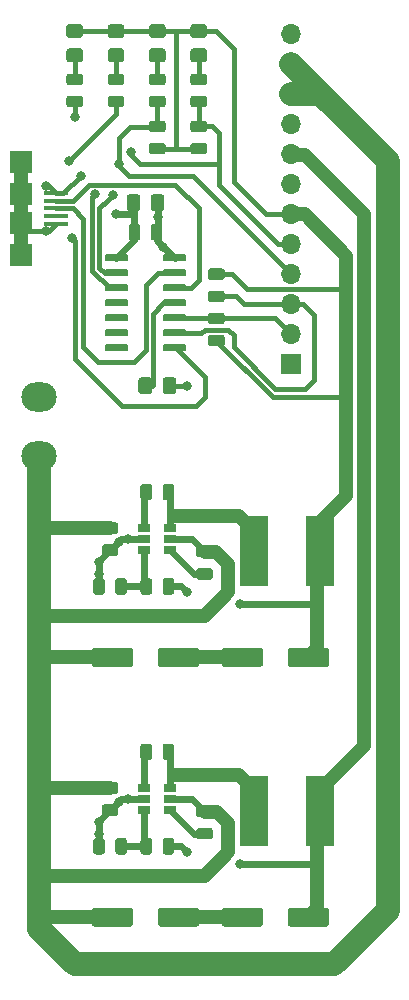
<source format=gbr>
G04 #@! TF.GenerationSoftware,KiCad,Pcbnew,5.1.5+dfsg1-2build2*
G04 #@! TF.CreationDate,2021-01-19T23:15:54+01:00*
G04 #@! TF.ProjectId,t100-usb,74313030-2d75-4736-922e-6b696361645f,rev?*
G04 #@! TF.SameCoordinates,Original*
G04 #@! TF.FileFunction,Copper,L1,Top*
G04 #@! TF.FilePolarity,Positive*
%FSLAX46Y46*%
G04 Gerber Fmt 4.6, Leading zero omitted, Abs format (unit mm)*
G04 Created by KiCad (PCBNEW 5.1.5+dfsg1-2build2) date 2021-01-19 23:15:54*
%MOMM*%
%LPD*%
G04 APERTURE LIST*
%ADD10R,2.450000X5.900000*%
%ADD11O,3.000000X2.500000*%
%ADD12C,0.100000*%
%ADD13R,1.060000X0.650000*%
%ADD14O,1.700000X1.700000*%
%ADD15R,1.700000X1.700000*%
%ADD16C,0.797560*%
%ADD17R,2.000000X0.398780*%
%ADD18R,1.897380X1.897380*%
%ADD19C,0.800000*%
%ADD20C,1.200000*%
%ADD21C,0.600000*%
%ADD22C,0.400000*%
%ADD23C,2.000000*%
G04 APERTURE END LIST*
D10*
X109775000Y-128000000D03*
X104225000Y-128000000D03*
X109775000Y-106000000D03*
X104225000Y-106000000D03*
D11*
X86000000Y-98000000D03*
X86000000Y-93000000D03*
G04 #@! TA.AperFunction,SMDPad,CuDef*
D12*
G36*
X94330142Y-78301174D02*
G01*
X94353803Y-78304684D01*
X94377007Y-78310496D01*
X94399529Y-78318554D01*
X94421153Y-78328782D01*
X94441670Y-78341079D01*
X94460883Y-78355329D01*
X94478607Y-78371393D01*
X94494671Y-78389117D01*
X94508921Y-78408330D01*
X94521218Y-78428847D01*
X94531446Y-78450471D01*
X94539504Y-78472993D01*
X94545316Y-78496197D01*
X94548826Y-78519858D01*
X94550000Y-78543750D01*
X94550000Y-79456250D01*
X94548826Y-79480142D01*
X94545316Y-79503803D01*
X94539504Y-79527007D01*
X94531446Y-79549529D01*
X94521218Y-79571153D01*
X94508921Y-79591670D01*
X94494671Y-79610883D01*
X94478607Y-79628607D01*
X94460883Y-79644671D01*
X94441670Y-79658921D01*
X94421153Y-79671218D01*
X94399529Y-79681446D01*
X94377007Y-79689504D01*
X94353803Y-79695316D01*
X94330142Y-79698826D01*
X94306250Y-79700000D01*
X93818750Y-79700000D01*
X93794858Y-79698826D01*
X93771197Y-79695316D01*
X93747993Y-79689504D01*
X93725471Y-79681446D01*
X93703847Y-79671218D01*
X93683330Y-79658921D01*
X93664117Y-79644671D01*
X93646393Y-79628607D01*
X93630329Y-79610883D01*
X93616079Y-79591670D01*
X93603782Y-79571153D01*
X93593554Y-79549529D01*
X93585496Y-79527007D01*
X93579684Y-79503803D01*
X93576174Y-79480142D01*
X93575000Y-79456250D01*
X93575000Y-78543750D01*
X93576174Y-78519858D01*
X93579684Y-78496197D01*
X93585496Y-78472993D01*
X93593554Y-78450471D01*
X93603782Y-78428847D01*
X93616079Y-78408330D01*
X93630329Y-78389117D01*
X93646393Y-78371393D01*
X93664117Y-78355329D01*
X93683330Y-78341079D01*
X93703847Y-78328782D01*
X93725471Y-78318554D01*
X93747993Y-78310496D01*
X93771197Y-78304684D01*
X93794858Y-78301174D01*
X93818750Y-78300000D01*
X94306250Y-78300000D01*
X94330142Y-78301174D01*
G37*
G04 #@! TD.AperFunction*
G04 #@! TA.AperFunction,SMDPad,CuDef*
G36*
X96205142Y-78301174D02*
G01*
X96228803Y-78304684D01*
X96252007Y-78310496D01*
X96274529Y-78318554D01*
X96296153Y-78328782D01*
X96316670Y-78341079D01*
X96335883Y-78355329D01*
X96353607Y-78371393D01*
X96369671Y-78389117D01*
X96383921Y-78408330D01*
X96396218Y-78428847D01*
X96406446Y-78450471D01*
X96414504Y-78472993D01*
X96420316Y-78496197D01*
X96423826Y-78519858D01*
X96425000Y-78543750D01*
X96425000Y-79456250D01*
X96423826Y-79480142D01*
X96420316Y-79503803D01*
X96414504Y-79527007D01*
X96406446Y-79549529D01*
X96396218Y-79571153D01*
X96383921Y-79591670D01*
X96369671Y-79610883D01*
X96353607Y-79628607D01*
X96335883Y-79644671D01*
X96316670Y-79658921D01*
X96296153Y-79671218D01*
X96274529Y-79681446D01*
X96252007Y-79689504D01*
X96228803Y-79695316D01*
X96205142Y-79698826D01*
X96181250Y-79700000D01*
X95693750Y-79700000D01*
X95669858Y-79698826D01*
X95646197Y-79695316D01*
X95622993Y-79689504D01*
X95600471Y-79681446D01*
X95578847Y-79671218D01*
X95558330Y-79658921D01*
X95539117Y-79644671D01*
X95521393Y-79628607D01*
X95505329Y-79610883D01*
X95491079Y-79591670D01*
X95478782Y-79571153D01*
X95468554Y-79549529D01*
X95460496Y-79527007D01*
X95454684Y-79503803D01*
X95451174Y-79480142D01*
X95450000Y-79456250D01*
X95450000Y-78543750D01*
X95451174Y-78519858D01*
X95454684Y-78496197D01*
X95460496Y-78472993D01*
X95468554Y-78450471D01*
X95478782Y-78428847D01*
X95491079Y-78408330D01*
X95505329Y-78389117D01*
X95521393Y-78371393D01*
X95539117Y-78355329D01*
X95558330Y-78341079D01*
X95578847Y-78328782D01*
X95600471Y-78318554D01*
X95622993Y-78310496D01*
X95646197Y-78304684D01*
X95669858Y-78301174D01*
X95693750Y-78300000D01*
X96181250Y-78300000D01*
X96205142Y-78301174D01*
G37*
G04 #@! TD.AperFunction*
G04 #@! TA.AperFunction,SMDPad,CuDef*
G36*
X98314703Y-80890722D02*
G01*
X98329264Y-80892882D01*
X98343543Y-80896459D01*
X98357403Y-80901418D01*
X98370710Y-80907712D01*
X98383336Y-80915280D01*
X98395159Y-80924048D01*
X98406066Y-80933934D01*
X98415952Y-80944841D01*
X98424720Y-80956664D01*
X98432288Y-80969290D01*
X98438582Y-80982597D01*
X98443541Y-80996457D01*
X98447118Y-81010736D01*
X98449278Y-81025297D01*
X98450000Y-81040000D01*
X98450000Y-81340000D01*
X98449278Y-81354703D01*
X98447118Y-81369264D01*
X98443541Y-81383543D01*
X98438582Y-81397403D01*
X98432288Y-81410710D01*
X98424720Y-81423336D01*
X98415952Y-81435159D01*
X98406066Y-81446066D01*
X98395159Y-81455952D01*
X98383336Y-81464720D01*
X98370710Y-81472288D01*
X98357403Y-81478582D01*
X98343543Y-81483541D01*
X98329264Y-81487118D01*
X98314703Y-81489278D01*
X98300000Y-81490000D01*
X96650000Y-81490000D01*
X96635297Y-81489278D01*
X96620736Y-81487118D01*
X96606457Y-81483541D01*
X96592597Y-81478582D01*
X96579290Y-81472288D01*
X96566664Y-81464720D01*
X96554841Y-81455952D01*
X96543934Y-81446066D01*
X96534048Y-81435159D01*
X96525280Y-81423336D01*
X96517712Y-81410710D01*
X96511418Y-81397403D01*
X96506459Y-81383543D01*
X96502882Y-81369264D01*
X96500722Y-81354703D01*
X96500000Y-81340000D01*
X96500000Y-81040000D01*
X96500722Y-81025297D01*
X96502882Y-81010736D01*
X96506459Y-80996457D01*
X96511418Y-80982597D01*
X96517712Y-80969290D01*
X96525280Y-80956664D01*
X96534048Y-80944841D01*
X96543934Y-80933934D01*
X96554841Y-80924048D01*
X96566664Y-80915280D01*
X96579290Y-80907712D01*
X96592597Y-80901418D01*
X96606457Y-80896459D01*
X96620736Y-80892882D01*
X96635297Y-80890722D01*
X96650000Y-80890000D01*
X98300000Y-80890000D01*
X98314703Y-80890722D01*
G37*
G04 #@! TD.AperFunction*
G04 #@! TA.AperFunction,SMDPad,CuDef*
G36*
X98314703Y-82160722D02*
G01*
X98329264Y-82162882D01*
X98343543Y-82166459D01*
X98357403Y-82171418D01*
X98370710Y-82177712D01*
X98383336Y-82185280D01*
X98395159Y-82194048D01*
X98406066Y-82203934D01*
X98415952Y-82214841D01*
X98424720Y-82226664D01*
X98432288Y-82239290D01*
X98438582Y-82252597D01*
X98443541Y-82266457D01*
X98447118Y-82280736D01*
X98449278Y-82295297D01*
X98450000Y-82310000D01*
X98450000Y-82610000D01*
X98449278Y-82624703D01*
X98447118Y-82639264D01*
X98443541Y-82653543D01*
X98438582Y-82667403D01*
X98432288Y-82680710D01*
X98424720Y-82693336D01*
X98415952Y-82705159D01*
X98406066Y-82716066D01*
X98395159Y-82725952D01*
X98383336Y-82734720D01*
X98370710Y-82742288D01*
X98357403Y-82748582D01*
X98343543Y-82753541D01*
X98329264Y-82757118D01*
X98314703Y-82759278D01*
X98300000Y-82760000D01*
X96650000Y-82760000D01*
X96635297Y-82759278D01*
X96620736Y-82757118D01*
X96606457Y-82753541D01*
X96592597Y-82748582D01*
X96579290Y-82742288D01*
X96566664Y-82734720D01*
X96554841Y-82725952D01*
X96543934Y-82716066D01*
X96534048Y-82705159D01*
X96525280Y-82693336D01*
X96517712Y-82680710D01*
X96511418Y-82667403D01*
X96506459Y-82653543D01*
X96502882Y-82639264D01*
X96500722Y-82624703D01*
X96500000Y-82610000D01*
X96500000Y-82310000D01*
X96500722Y-82295297D01*
X96502882Y-82280736D01*
X96506459Y-82266457D01*
X96511418Y-82252597D01*
X96517712Y-82239290D01*
X96525280Y-82226664D01*
X96534048Y-82214841D01*
X96543934Y-82203934D01*
X96554841Y-82194048D01*
X96566664Y-82185280D01*
X96579290Y-82177712D01*
X96592597Y-82171418D01*
X96606457Y-82166459D01*
X96620736Y-82162882D01*
X96635297Y-82160722D01*
X96650000Y-82160000D01*
X98300000Y-82160000D01*
X98314703Y-82160722D01*
G37*
G04 #@! TD.AperFunction*
G04 #@! TA.AperFunction,SMDPad,CuDef*
G36*
X98314703Y-83430722D02*
G01*
X98329264Y-83432882D01*
X98343543Y-83436459D01*
X98357403Y-83441418D01*
X98370710Y-83447712D01*
X98383336Y-83455280D01*
X98395159Y-83464048D01*
X98406066Y-83473934D01*
X98415952Y-83484841D01*
X98424720Y-83496664D01*
X98432288Y-83509290D01*
X98438582Y-83522597D01*
X98443541Y-83536457D01*
X98447118Y-83550736D01*
X98449278Y-83565297D01*
X98450000Y-83580000D01*
X98450000Y-83880000D01*
X98449278Y-83894703D01*
X98447118Y-83909264D01*
X98443541Y-83923543D01*
X98438582Y-83937403D01*
X98432288Y-83950710D01*
X98424720Y-83963336D01*
X98415952Y-83975159D01*
X98406066Y-83986066D01*
X98395159Y-83995952D01*
X98383336Y-84004720D01*
X98370710Y-84012288D01*
X98357403Y-84018582D01*
X98343543Y-84023541D01*
X98329264Y-84027118D01*
X98314703Y-84029278D01*
X98300000Y-84030000D01*
X96650000Y-84030000D01*
X96635297Y-84029278D01*
X96620736Y-84027118D01*
X96606457Y-84023541D01*
X96592597Y-84018582D01*
X96579290Y-84012288D01*
X96566664Y-84004720D01*
X96554841Y-83995952D01*
X96543934Y-83986066D01*
X96534048Y-83975159D01*
X96525280Y-83963336D01*
X96517712Y-83950710D01*
X96511418Y-83937403D01*
X96506459Y-83923543D01*
X96502882Y-83909264D01*
X96500722Y-83894703D01*
X96500000Y-83880000D01*
X96500000Y-83580000D01*
X96500722Y-83565297D01*
X96502882Y-83550736D01*
X96506459Y-83536457D01*
X96511418Y-83522597D01*
X96517712Y-83509290D01*
X96525280Y-83496664D01*
X96534048Y-83484841D01*
X96543934Y-83473934D01*
X96554841Y-83464048D01*
X96566664Y-83455280D01*
X96579290Y-83447712D01*
X96592597Y-83441418D01*
X96606457Y-83436459D01*
X96620736Y-83432882D01*
X96635297Y-83430722D01*
X96650000Y-83430000D01*
X98300000Y-83430000D01*
X98314703Y-83430722D01*
G37*
G04 #@! TD.AperFunction*
G04 #@! TA.AperFunction,SMDPad,CuDef*
G36*
X98314703Y-84700722D02*
G01*
X98329264Y-84702882D01*
X98343543Y-84706459D01*
X98357403Y-84711418D01*
X98370710Y-84717712D01*
X98383336Y-84725280D01*
X98395159Y-84734048D01*
X98406066Y-84743934D01*
X98415952Y-84754841D01*
X98424720Y-84766664D01*
X98432288Y-84779290D01*
X98438582Y-84792597D01*
X98443541Y-84806457D01*
X98447118Y-84820736D01*
X98449278Y-84835297D01*
X98450000Y-84850000D01*
X98450000Y-85150000D01*
X98449278Y-85164703D01*
X98447118Y-85179264D01*
X98443541Y-85193543D01*
X98438582Y-85207403D01*
X98432288Y-85220710D01*
X98424720Y-85233336D01*
X98415952Y-85245159D01*
X98406066Y-85256066D01*
X98395159Y-85265952D01*
X98383336Y-85274720D01*
X98370710Y-85282288D01*
X98357403Y-85288582D01*
X98343543Y-85293541D01*
X98329264Y-85297118D01*
X98314703Y-85299278D01*
X98300000Y-85300000D01*
X96650000Y-85300000D01*
X96635297Y-85299278D01*
X96620736Y-85297118D01*
X96606457Y-85293541D01*
X96592597Y-85288582D01*
X96579290Y-85282288D01*
X96566664Y-85274720D01*
X96554841Y-85265952D01*
X96543934Y-85256066D01*
X96534048Y-85245159D01*
X96525280Y-85233336D01*
X96517712Y-85220710D01*
X96511418Y-85207403D01*
X96506459Y-85193543D01*
X96502882Y-85179264D01*
X96500722Y-85164703D01*
X96500000Y-85150000D01*
X96500000Y-84850000D01*
X96500722Y-84835297D01*
X96502882Y-84820736D01*
X96506459Y-84806457D01*
X96511418Y-84792597D01*
X96517712Y-84779290D01*
X96525280Y-84766664D01*
X96534048Y-84754841D01*
X96543934Y-84743934D01*
X96554841Y-84734048D01*
X96566664Y-84725280D01*
X96579290Y-84717712D01*
X96592597Y-84711418D01*
X96606457Y-84706459D01*
X96620736Y-84702882D01*
X96635297Y-84700722D01*
X96650000Y-84700000D01*
X98300000Y-84700000D01*
X98314703Y-84700722D01*
G37*
G04 #@! TD.AperFunction*
G04 #@! TA.AperFunction,SMDPad,CuDef*
G36*
X98314703Y-85970722D02*
G01*
X98329264Y-85972882D01*
X98343543Y-85976459D01*
X98357403Y-85981418D01*
X98370710Y-85987712D01*
X98383336Y-85995280D01*
X98395159Y-86004048D01*
X98406066Y-86013934D01*
X98415952Y-86024841D01*
X98424720Y-86036664D01*
X98432288Y-86049290D01*
X98438582Y-86062597D01*
X98443541Y-86076457D01*
X98447118Y-86090736D01*
X98449278Y-86105297D01*
X98450000Y-86120000D01*
X98450000Y-86420000D01*
X98449278Y-86434703D01*
X98447118Y-86449264D01*
X98443541Y-86463543D01*
X98438582Y-86477403D01*
X98432288Y-86490710D01*
X98424720Y-86503336D01*
X98415952Y-86515159D01*
X98406066Y-86526066D01*
X98395159Y-86535952D01*
X98383336Y-86544720D01*
X98370710Y-86552288D01*
X98357403Y-86558582D01*
X98343543Y-86563541D01*
X98329264Y-86567118D01*
X98314703Y-86569278D01*
X98300000Y-86570000D01*
X96650000Y-86570000D01*
X96635297Y-86569278D01*
X96620736Y-86567118D01*
X96606457Y-86563541D01*
X96592597Y-86558582D01*
X96579290Y-86552288D01*
X96566664Y-86544720D01*
X96554841Y-86535952D01*
X96543934Y-86526066D01*
X96534048Y-86515159D01*
X96525280Y-86503336D01*
X96517712Y-86490710D01*
X96511418Y-86477403D01*
X96506459Y-86463543D01*
X96502882Y-86449264D01*
X96500722Y-86434703D01*
X96500000Y-86420000D01*
X96500000Y-86120000D01*
X96500722Y-86105297D01*
X96502882Y-86090736D01*
X96506459Y-86076457D01*
X96511418Y-86062597D01*
X96517712Y-86049290D01*
X96525280Y-86036664D01*
X96534048Y-86024841D01*
X96543934Y-86013934D01*
X96554841Y-86004048D01*
X96566664Y-85995280D01*
X96579290Y-85987712D01*
X96592597Y-85981418D01*
X96606457Y-85976459D01*
X96620736Y-85972882D01*
X96635297Y-85970722D01*
X96650000Y-85970000D01*
X98300000Y-85970000D01*
X98314703Y-85970722D01*
G37*
G04 #@! TD.AperFunction*
G04 #@! TA.AperFunction,SMDPad,CuDef*
G36*
X98314703Y-87240722D02*
G01*
X98329264Y-87242882D01*
X98343543Y-87246459D01*
X98357403Y-87251418D01*
X98370710Y-87257712D01*
X98383336Y-87265280D01*
X98395159Y-87274048D01*
X98406066Y-87283934D01*
X98415952Y-87294841D01*
X98424720Y-87306664D01*
X98432288Y-87319290D01*
X98438582Y-87332597D01*
X98443541Y-87346457D01*
X98447118Y-87360736D01*
X98449278Y-87375297D01*
X98450000Y-87390000D01*
X98450000Y-87690000D01*
X98449278Y-87704703D01*
X98447118Y-87719264D01*
X98443541Y-87733543D01*
X98438582Y-87747403D01*
X98432288Y-87760710D01*
X98424720Y-87773336D01*
X98415952Y-87785159D01*
X98406066Y-87796066D01*
X98395159Y-87805952D01*
X98383336Y-87814720D01*
X98370710Y-87822288D01*
X98357403Y-87828582D01*
X98343543Y-87833541D01*
X98329264Y-87837118D01*
X98314703Y-87839278D01*
X98300000Y-87840000D01*
X96650000Y-87840000D01*
X96635297Y-87839278D01*
X96620736Y-87837118D01*
X96606457Y-87833541D01*
X96592597Y-87828582D01*
X96579290Y-87822288D01*
X96566664Y-87814720D01*
X96554841Y-87805952D01*
X96543934Y-87796066D01*
X96534048Y-87785159D01*
X96525280Y-87773336D01*
X96517712Y-87760710D01*
X96511418Y-87747403D01*
X96506459Y-87733543D01*
X96502882Y-87719264D01*
X96500722Y-87704703D01*
X96500000Y-87690000D01*
X96500000Y-87390000D01*
X96500722Y-87375297D01*
X96502882Y-87360736D01*
X96506459Y-87346457D01*
X96511418Y-87332597D01*
X96517712Y-87319290D01*
X96525280Y-87306664D01*
X96534048Y-87294841D01*
X96543934Y-87283934D01*
X96554841Y-87274048D01*
X96566664Y-87265280D01*
X96579290Y-87257712D01*
X96592597Y-87251418D01*
X96606457Y-87246459D01*
X96620736Y-87242882D01*
X96635297Y-87240722D01*
X96650000Y-87240000D01*
X98300000Y-87240000D01*
X98314703Y-87240722D01*
G37*
G04 #@! TD.AperFunction*
G04 #@! TA.AperFunction,SMDPad,CuDef*
G36*
X98314703Y-88510722D02*
G01*
X98329264Y-88512882D01*
X98343543Y-88516459D01*
X98357403Y-88521418D01*
X98370710Y-88527712D01*
X98383336Y-88535280D01*
X98395159Y-88544048D01*
X98406066Y-88553934D01*
X98415952Y-88564841D01*
X98424720Y-88576664D01*
X98432288Y-88589290D01*
X98438582Y-88602597D01*
X98443541Y-88616457D01*
X98447118Y-88630736D01*
X98449278Y-88645297D01*
X98450000Y-88660000D01*
X98450000Y-88960000D01*
X98449278Y-88974703D01*
X98447118Y-88989264D01*
X98443541Y-89003543D01*
X98438582Y-89017403D01*
X98432288Y-89030710D01*
X98424720Y-89043336D01*
X98415952Y-89055159D01*
X98406066Y-89066066D01*
X98395159Y-89075952D01*
X98383336Y-89084720D01*
X98370710Y-89092288D01*
X98357403Y-89098582D01*
X98343543Y-89103541D01*
X98329264Y-89107118D01*
X98314703Y-89109278D01*
X98300000Y-89110000D01*
X96650000Y-89110000D01*
X96635297Y-89109278D01*
X96620736Y-89107118D01*
X96606457Y-89103541D01*
X96592597Y-89098582D01*
X96579290Y-89092288D01*
X96566664Y-89084720D01*
X96554841Y-89075952D01*
X96543934Y-89066066D01*
X96534048Y-89055159D01*
X96525280Y-89043336D01*
X96517712Y-89030710D01*
X96511418Y-89017403D01*
X96506459Y-89003543D01*
X96502882Y-88989264D01*
X96500722Y-88974703D01*
X96500000Y-88960000D01*
X96500000Y-88660000D01*
X96500722Y-88645297D01*
X96502882Y-88630736D01*
X96506459Y-88616457D01*
X96511418Y-88602597D01*
X96517712Y-88589290D01*
X96525280Y-88576664D01*
X96534048Y-88564841D01*
X96543934Y-88553934D01*
X96554841Y-88544048D01*
X96566664Y-88535280D01*
X96579290Y-88527712D01*
X96592597Y-88521418D01*
X96606457Y-88516459D01*
X96620736Y-88512882D01*
X96635297Y-88510722D01*
X96650000Y-88510000D01*
X98300000Y-88510000D01*
X98314703Y-88510722D01*
G37*
G04 #@! TD.AperFunction*
G04 #@! TA.AperFunction,SMDPad,CuDef*
G36*
X93364703Y-88510722D02*
G01*
X93379264Y-88512882D01*
X93393543Y-88516459D01*
X93407403Y-88521418D01*
X93420710Y-88527712D01*
X93433336Y-88535280D01*
X93445159Y-88544048D01*
X93456066Y-88553934D01*
X93465952Y-88564841D01*
X93474720Y-88576664D01*
X93482288Y-88589290D01*
X93488582Y-88602597D01*
X93493541Y-88616457D01*
X93497118Y-88630736D01*
X93499278Y-88645297D01*
X93500000Y-88660000D01*
X93500000Y-88960000D01*
X93499278Y-88974703D01*
X93497118Y-88989264D01*
X93493541Y-89003543D01*
X93488582Y-89017403D01*
X93482288Y-89030710D01*
X93474720Y-89043336D01*
X93465952Y-89055159D01*
X93456066Y-89066066D01*
X93445159Y-89075952D01*
X93433336Y-89084720D01*
X93420710Y-89092288D01*
X93407403Y-89098582D01*
X93393543Y-89103541D01*
X93379264Y-89107118D01*
X93364703Y-89109278D01*
X93350000Y-89110000D01*
X91700000Y-89110000D01*
X91685297Y-89109278D01*
X91670736Y-89107118D01*
X91656457Y-89103541D01*
X91642597Y-89098582D01*
X91629290Y-89092288D01*
X91616664Y-89084720D01*
X91604841Y-89075952D01*
X91593934Y-89066066D01*
X91584048Y-89055159D01*
X91575280Y-89043336D01*
X91567712Y-89030710D01*
X91561418Y-89017403D01*
X91556459Y-89003543D01*
X91552882Y-88989264D01*
X91550722Y-88974703D01*
X91550000Y-88960000D01*
X91550000Y-88660000D01*
X91550722Y-88645297D01*
X91552882Y-88630736D01*
X91556459Y-88616457D01*
X91561418Y-88602597D01*
X91567712Y-88589290D01*
X91575280Y-88576664D01*
X91584048Y-88564841D01*
X91593934Y-88553934D01*
X91604841Y-88544048D01*
X91616664Y-88535280D01*
X91629290Y-88527712D01*
X91642597Y-88521418D01*
X91656457Y-88516459D01*
X91670736Y-88512882D01*
X91685297Y-88510722D01*
X91700000Y-88510000D01*
X93350000Y-88510000D01*
X93364703Y-88510722D01*
G37*
G04 #@! TD.AperFunction*
G04 #@! TA.AperFunction,SMDPad,CuDef*
G36*
X93364703Y-87240722D02*
G01*
X93379264Y-87242882D01*
X93393543Y-87246459D01*
X93407403Y-87251418D01*
X93420710Y-87257712D01*
X93433336Y-87265280D01*
X93445159Y-87274048D01*
X93456066Y-87283934D01*
X93465952Y-87294841D01*
X93474720Y-87306664D01*
X93482288Y-87319290D01*
X93488582Y-87332597D01*
X93493541Y-87346457D01*
X93497118Y-87360736D01*
X93499278Y-87375297D01*
X93500000Y-87390000D01*
X93500000Y-87690000D01*
X93499278Y-87704703D01*
X93497118Y-87719264D01*
X93493541Y-87733543D01*
X93488582Y-87747403D01*
X93482288Y-87760710D01*
X93474720Y-87773336D01*
X93465952Y-87785159D01*
X93456066Y-87796066D01*
X93445159Y-87805952D01*
X93433336Y-87814720D01*
X93420710Y-87822288D01*
X93407403Y-87828582D01*
X93393543Y-87833541D01*
X93379264Y-87837118D01*
X93364703Y-87839278D01*
X93350000Y-87840000D01*
X91700000Y-87840000D01*
X91685297Y-87839278D01*
X91670736Y-87837118D01*
X91656457Y-87833541D01*
X91642597Y-87828582D01*
X91629290Y-87822288D01*
X91616664Y-87814720D01*
X91604841Y-87805952D01*
X91593934Y-87796066D01*
X91584048Y-87785159D01*
X91575280Y-87773336D01*
X91567712Y-87760710D01*
X91561418Y-87747403D01*
X91556459Y-87733543D01*
X91552882Y-87719264D01*
X91550722Y-87704703D01*
X91550000Y-87690000D01*
X91550000Y-87390000D01*
X91550722Y-87375297D01*
X91552882Y-87360736D01*
X91556459Y-87346457D01*
X91561418Y-87332597D01*
X91567712Y-87319290D01*
X91575280Y-87306664D01*
X91584048Y-87294841D01*
X91593934Y-87283934D01*
X91604841Y-87274048D01*
X91616664Y-87265280D01*
X91629290Y-87257712D01*
X91642597Y-87251418D01*
X91656457Y-87246459D01*
X91670736Y-87242882D01*
X91685297Y-87240722D01*
X91700000Y-87240000D01*
X93350000Y-87240000D01*
X93364703Y-87240722D01*
G37*
G04 #@! TD.AperFunction*
G04 #@! TA.AperFunction,SMDPad,CuDef*
G36*
X93364703Y-85970722D02*
G01*
X93379264Y-85972882D01*
X93393543Y-85976459D01*
X93407403Y-85981418D01*
X93420710Y-85987712D01*
X93433336Y-85995280D01*
X93445159Y-86004048D01*
X93456066Y-86013934D01*
X93465952Y-86024841D01*
X93474720Y-86036664D01*
X93482288Y-86049290D01*
X93488582Y-86062597D01*
X93493541Y-86076457D01*
X93497118Y-86090736D01*
X93499278Y-86105297D01*
X93500000Y-86120000D01*
X93500000Y-86420000D01*
X93499278Y-86434703D01*
X93497118Y-86449264D01*
X93493541Y-86463543D01*
X93488582Y-86477403D01*
X93482288Y-86490710D01*
X93474720Y-86503336D01*
X93465952Y-86515159D01*
X93456066Y-86526066D01*
X93445159Y-86535952D01*
X93433336Y-86544720D01*
X93420710Y-86552288D01*
X93407403Y-86558582D01*
X93393543Y-86563541D01*
X93379264Y-86567118D01*
X93364703Y-86569278D01*
X93350000Y-86570000D01*
X91700000Y-86570000D01*
X91685297Y-86569278D01*
X91670736Y-86567118D01*
X91656457Y-86563541D01*
X91642597Y-86558582D01*
X91629290Y-86552288D01*
X91616664Y-86544720D01*
X91604841Y-86535952D01*
X91593934Y-86526066D01*
X91584048Y-86515159D01*
X91575280Y-86503336D01*
X91567712Y-86490710D01*
X91561418Y-86477403D01*
X91556459Y-86463543D01*
X91552882Y-86449264D01*
X91550722Y-86434703D01*
X91550000Y-86420000D01*
X91550000Y-86120000D01*
X91550722Y-86105297D01*
X91552882Y-86090736D01*
X91556459Y-86076457D01*
X91561418Y-86062597D01*
X91567712Y-86049290D01*
X91575280Y-86036664D01*
X91584048Y-86024841D01*
X91593934Y-86013934D01*
X91604841Y-86004048D01*
X91616664Y-85995280D01*
X91629290Y-85987712D01*
X91642597Y-85981418D01*
X91656457Y-85976459D01*
X91670736Y-85972882D01*
X91685297Y-85970722D01*
X91700000Y-85970000D01*
X93350000Y-85970000D01*
X93364703Y-85970722D01*
G37*
G04 #@! TD.AperFunction*
G04 #@! TA.AperFunction,SMDPad,CuDef*
G36*
X93364703Y-84700722D02*
G01*
X93379264Y-84702882D01*
X93393543Y-84706459D01*
X93407403Y-84711418D01*
X93420710Y-84717712D01*
X93433336Y-84725280D01*
X93445159Y-84734048D01*
X93456066Y-84743934D01*
X93465952Y-84754841D01*
X93474720Y-84766664D01*
X93482288Y-84779290D01*
X93488582Y-84792597D01*
X93493541Y-84806457D01*
X93497118Y-84820736D01*
X93499278Y-84835297D01*
X93500000Y-84850000D01*
X93500000Y-85150000D01*
X93499278Y-85164703D01*
X93497118Y-85179264D01*
X93493541Y-85193543D01*
X93488582Y-85207403D01*
X93482288Y-85220710D01*
X93474720Y-85233336D01*
X93465952Y-85245159D01*
X93456066Y-85256066D01*
X93445159Y-85265952D01*
X93433336Y-85274720D01*
X93420710Y-85282288D01*
X93407403Y-85288582D01*
X93393543Y-85293541D01*
X93379264Y-85297118D01*
X93364703Y-85299278D01*
X93350000Y-85300000D01*
X91700000Y-85300000D01*
X91685297Y-85299278D01*
X91670736Y-85297118D01*
X91656457Y-85293541D01*
X91642597Y-85288582D01*
X91629290Y-85282288D01*
X91616664Y-85274720D01*
X91604841Y-85265952D01*
X91593934Y-85256066D01*
X91584048Y-85245159D01*
X91575280Y-85233336D01*
X91567712Y-85220710D01*
X91561418Y-85207403D01*
X91556459Y-85193543D01*
X91552882Y-85179264D01*
X91550722Y-85164703D01*
X91550000Y-85150000D01*
X91550000Y-84850000D01*
X91550722Y-84835297D01*
X91552882Y-84820736D01*
X91556459Y-84806457D01*
X91561418Y-84792597D01*
X91567712Y-84779290D01*
X91575280Y-84766664D01*
X91584048Y-84754841D01*
X91593934Y-84743934D01*
X91604841Y-84734048D01*
X91616664Y-84725280D01*
X91629290Y-84717712D01*
X91642597Y-84711418D01*
X91656457Y-84706459D01*
X91670736Y-84702882D01*
X91685297Y-84700722D01*
X91700000Y-84700000D01*
X93350000Y-84700000D01*
X93364703Y-84700722D01*
G37*
G04 #@! TD.AperFunction*
G04 #@! TA.AperFunction,SMDPad,CuDef*
G36*
X93364703Y-83430722D02*
G01*
X93379264Y-83432882D01*
X93393543Y-83436459D01*
X93407403Y-83441418D01*
X93420710Y-83447712D01*
X93433336Y-83455280D01*
X93445159Y-83464048D01*
X93456066Y-83473934D01*
X93465952Y-83484841D01*
X93474720Y-83496664D01*
X93482288Y-83509290D01*
X93488582Y-83522597D01*
X93493541Y-83536457D01*
X93497118Y-83550736D01*
X93499278Y-83565297D01*
X93500000Y-83580000D01*
X93500000Y-83880000D01*
X93499278Y-83894703D01*
X93497118Y-83909264D01*
X93493541Y-83923543D01*
X93488582Y-83937403D01*
X93482288Y-83950710D01*
X93474720Y-83963336D01*
X93465952Y-83975159D01*
X93456066Y-83986066D01*
X93445159Y-83995952D01*
X93433336Y-84004720D01*
X93420710Y-84012288D01*
X93407403Y-84018582D01*
X93393543Y-84023541D01*
X93379264Y-84027118D01*
X93364703Y-84029278D01*
X93350000Y-84030000D01*
X91700000Y-84030000D01*
X91685297Y-84029278D01*
X91670736Y-84027118D01*
X91656457Y-84023541D01*
X91642597Y-84018582D01*
X91629290Y-84012288D01*
X91616664Y-84004720D01*
X91604841Y-83995952D01*
X91593934Y-83986066D01*
X91584048Y-83975159D01*
X91575280Y-83963336D01*
X91567712Y-83950710D01*
X91561418Y-83937403D01*
X91556459Y-83923543D01*
X91552882Y-83909264D01*
X91550722Y-83894703D01*
X91550000Y-83880000D01*
X91550000Y-83580000D01*
X91550722Y-83565297D01*
X91552882Y-83550736D01*
X91556459Y-83536457D01*
X91561418Y-83522597D01*
X91567712Y-83509290D01*
X91575280Y-83496664D01*
X91584048Y-83484841D01*
X91593934Y-83473934D01*
X91604841Y-83464048D01*
X91616664Y-83455280D01*
X91629290Y-83447712D01*
X91642597Y-83441418D01*
X91656457Y-83436459D01*
X91670736Y-83432882D01*
X91685297Y-83430722D01*
X91700000Y-83430000D01*
X93350000Y-83430000D01*
X93364703Y-83430722D01*
G37*
G04 #@! TD.AperFunction*
G04 #@! TA.AperFunction,SMDPad,CuDef*
G36*
X93364703Y-82160722D02*
G01*
X93379264Y-82162882D01*
X93393543Y-82166459D01*
X93407403Y-82171418D01*
X93420710Y-82177712D01*
X93433336Y-82185280D01*
X93445159Y-82194048D01*
X93456066Y-82203934D01*
X93465952Y-82214841D01*
X93474720Y-82226664D01*
X93482288Y-82239290D01*
X93488582Y-82252597D01*
X93493541Y-82266457D01*
X93497118Y-82280736D01*
X93499278Y-82295297D01*
X93500000Y-82310000D01*
X93500000Y-82610000D01*
X93499278Y-82624703D01*
X93497118Y-82639264D01*
X93493541Y-82653543D01*
X93488582Y-82667403D01*
X93482288Y-82680710D01*
X93474720Y-82693336D01*
X93465952Y-82705159D01*
X93456066Y-82716066D01*
X93445159Y-82725952D01*
X93433336Y-82734720D01*
X93420710Y-82742288D01*
X93407403Y-82748582D01*
X93393543Y-82753541D01*
X93379264Y-82757118D01*
X93364703Y-82759278D01*
X93350000Y-82760000D01*
X91700000Y-82760000D01*
X91685297Y-82759278D01*
X91670736Y-82757118D01*
X91656457Y-82753541D01*
X91642597Y-82748582D01*
X91629290Y-82742288D01*
X91616664Y-82734720D01*
X91604841Y-82725952D01*
X91593934Y-82716066D01*
X91584048Y-82705159D01*
X91575280Y-82693336D01*
X91567712Y-82680710D01*
X91561418Y-82667403D01*
X91556459Y-82653543D01*
X91552882Y-82639264D01*
X91550722Y-82624703D01*
X91550000Y-82610000D01*
X91550000Y-82310000D01*
X91550722Y-82295297D01*
X91552882Y-82280736D01*
X91556459Y-82266457D01*
X91561418Y-82252597D01*
X91567712Y-82239290D01*
X91575280Y-82226664D01*
X91584048Y-82214841D01*
X91593934Y-82203934D01*
X91604841Y-82194048D01*
X91616664Y-82185280D01*
X91629290Y-82177712D01*
X91642597Y-82171418D01*
X91656457Y-82166459D01*
X91670736Y-82162882D01*
X91685297Y-82160722D01*
X91700000Y-82160000D01*
X93350000Y-82160000D01*
X93364703Y-82160722D01*
G37*
G04 #@! TD.AperFunction*
G04 #@! TA.AperFunction,SMDPad,CuDef*
G36*
X93364703Y-80890722D02*
G01*
X93379264Y-80892882D01*
X93393543Y-80896459D01*
X93407403Y-80901418D01*
X93420710Y-80907712D01*
X93433336Y-80915280D01*
X93445159Y-80924048D01*
X93456066Y-80933934D01*
X93465952Y-80944841D01*
X93474720Y-80956664D01*
X93482288Y-80969290D01*
X93488582Y-80982597D01*
X93493541Y-80996457D01*
X93497118Y-81010736D01*
X93499278Y-81025297D01*
X93500000Y-81040000D01*
X93500000Y-81340000D01*
X93499278Y-81354703D01*
X93497118Y-81369264D01*
X93493541Y-81383543D01*
X93488582Y-81397403D01*
X93482288Y-81410710D01*
X93474720Y-81423336D01*
X93465952Y-81435159D01*
X93456066Y-81446066D01*
X93445159Y-81455952D01*
X93433336Y-81464720D01*
X93420710Y-81472288D01*
X93407403Y-81478582D01*
X93393543Y-81483541D01*
X93379264Y-81487118D01*
X93364703Y-81489278D01*
X93350000Y-81490000D01*
X91700000Y-81490000D01*
X91685297Y-81489278D01*
X91670736Y-81487118D01*
X91656457Y-81483541D01*
X91642597Y-81478582D01*
X91629290Y-81472288D01*
X91616664Y-81464720D01*
X91604841Y-81455952D01*
X91593934Y-81446066D01*
X91584048Y-81435159D01*
X91575280Y-81423336D01*
X91567712Y-81410710D01*
X91561418Y-81397403D01*
X91556459Y-81383543D01*
X91552882Y-81369264D01*
X91550722Y-81354703D01*
X91550000Y-81340000D01*
X91550000Y-81040000D01*
X91550722Y-81025297D01*
X91552882Y-81010736D01*
X91556459Y-80996457D01*
X91561418Y-80982597D01*
X91567712Y-80969290D01*
X91575280Y-80956664D01*
X91584048Y-80944841D01*
X91593934Y-80933934D01*
X91604841Y-80924048D01*
X91616664Y-80915280D01*
X91629290Y-80907712D01*
X91642597Y-80901418D01*
X91656457Y-80896459D01*
X91670736Y-80892882D01*
X91685297Y-80890722D01*
X91700000Y-80890000D01*
X93350000Y-80890000D01*
X93364703Y-80890722D01*
G37*
G04 #@! TD.AperFunction*
D13*
X97100000Y-105000000D03*
X97100000Y-104050000D03*
X97100000Y-105950000D03*
X94900000Y-105950000D03*
X94900000Y-105000000D03*
X94900000Y-104050000D03*
X97100000Y-127000000D03*
X97100000Y-126050000D03*
X97100000Y-127950000D03*
X94900000Y-127950000D03*
X94900000Y-127000000D03*
X94900000Y-126050000D03*
G04 #@! TA.AperFunction,SMDPad,CuDef*
D12*
G36*
X99980142Y-65576174D02*
G01*
X100003803Y-65579684D01*
X100027007Y-65585496D01*
X100049529Y-65593554D01*
X100071153Y-65603782D01*
X100091670Y-65616079D01*
X100110883Y-65630329D01*
X100128607Y-65646393D01*
X100144671Y-65664117D01*
X100158921Y-65683330D01*
X100171218Y-65703847D01*
X100181446Y-65725471D01*
X100189504Y-65747993D01*
X100195316Y-65771197D01*
X100198826Y-65794858D01*
X100200000Y-65818750D01*
X100200000Y-66306250D01*
X100198826Y-66330142D01*
X100195316Y-66353803D01*
X100189504Y-66377007D01*
X100181446Y-66399529D01*
X100171218Y-66421153D01*
X100158921Y-66441670D01*
X100144671Y-66460883D01*
X100128607Y-66478607D01*
X100110883Y-66494671D01*
X100091670Y-66508921D01*
X100071153Y-66521218D01*
X100049529Y-66531446D01*
X100027007Y-66539504D01*
X100003803Y-66545316D01*
X99980142Y-66548826D01*
X99956250Y-66550000D01*
X99043750Y-66550000D01*
X99019858Y-66548826D01*
X98996197Y-66545316D01*
X98972993Y-66539504D01*
X98950471Y-66531446D01*
X98928847Y-66521218D01*
X98908330Y-66508921D01*
X98889117Y-66494671D01*
X98871393Y-66478607D01*
X98855329Y-66460883D01*
X98841079Y-66441670D01*
X98828782Y-66421153D01*
X98818554Y-66399529D01*
X98810496Y-66377007D01*
X98804684Y-66353803D01*
X98801174Y-66330142D01*
X98800000Y-66306250D01*
X98800000Y-65818750D01*
X98801174Y-65794858D01*
X98804684Y-65771197D01*
X98810496Y-65747993D01*
X98818554Y-65725471D01*
X98828782Y-65703847D01*
X98841079Y-65683330D01*
X98855329Y-65664117D01*
X98871393Y-65646393D01*
X98889117Y-65630329D01*
X98908330Y-65616079D01*
X98928847Y-65603782D01*
X98950471Y-65593554D01*
X98972993Y-65585496D01*
X98996197Y-65579684D01*
X99019858Y-65576174D01*
X99043750Y-65575000D01*
X99956250Y-65575000D01*
X99980142Y-65576174D01*
G37*
G04 #@! TD.AperFunction*
G04 #@! TA.AperFunction,SMDPad,CuDef*
G36*
X99980142Y-67451174D02*
G01*
X100003803Y-67454684D01*
X100027007Y-67460496D01*
X100049529Y-67468554D01*
X100071153Y-67478782D01*
X100091670Y-67491079D01*
X100110883Y-67505329D01*
X100128607Y-67521393D01*
X100144671Y-67539117D01*
X100158921Y-67558330D01*
X100171218Y-67578847D01*
X100181446Y-67600471D01*
X100189504Y-67622993D01*
X100195316Y-67646197D01*
X100198826Y-67669858D01*
X100200000Y-67693750D01*
X100200000Y-68181250D01*
X100198826Y-68205142D01*
X100195316Y-68228803D01*
X100189504Y-68252007D01*
X100181446Y-68274529D01*
X100171218Y-68296153D01*
X100158921Y-68316670D01*
X100144671Y-68335883D01*
X100128607Y-68353607D01*
X100110883Y-68369671D01*
X100091670Y-68383921D01*
X100071153Y-68396218D01*
X100049529Y-68406446D01*
X100027007Y-68414504D01*
X100003803Y-68420316D01*
X99980142Y-68423826D01*
X99956250Y-68425000D01*
X99043750Y-68425000D01*
X99019858Y-68423826D01*
X98996197Y-68420316D01*
X98972993Y-68414504D01*
X98950471Y-68406446D01*
X98928847Y-68396218D01*
X98908330Y-68383921D01*
X98889117Y-68369671D01*
X98871393Y-68353607D01*
X98855329Y-68335883D01*
X98841079Y-68316670D01*
X98828782Y-68296153D01*
X98818554Y-68274529D01*
X98810496Y-68252007D01*
X98804684Y-68228803D01*
X98801174Y-68205142D01*
X98800000Y-68181250D01*
X98800000Y-67693750D01*
X98801174Y-67669858D01*
X98804684Y-67646197D01*
X98810496Y-67622993D01*
X98818554Y-67600471D01*
X98828782Y-67578847D01*
X98841079Y-67558330D01*
X98855329Y-67539117D01*
X98871393Y-67521393D01*
X98889117Y-67505329D01*
X98908330Y-67491079D01*
X98928847Y-67478782D01*
X98950471Y-67468554D01*
X98972993Y-67460496D01*
X98996197Y-67454684D01*
X99019858Y-67451174D01*
X99043750Y-67450000D01*
X99956250Y-67450000D01*
X99980142Y-67451174D01*
G37*
G04 #@! TD.AperFunction*
G04 #@! TA.AperFunction,SMDPad,CuDef*
G36*
X96480142Y-65576174D02*
G01*
X96503803Y-65579684D01*
X96527007Y-65585496D01*
X96549529Y-65593554D01*
X96571153Y-65603782D01*
X96591670Y-65616079D01*
X96610883Y-65630329D01*
X96628607Y-65646393D01*
X96644671Y-65664117D01*
X96658921Y-65683330D01*
X96671218Y-65703847D01*
X96681446Y-65725471D01*
X96689504Y-65747993D01*
X96695316Y-65771197D01*
X96698826Y-65794858D01*
X96700000Y-65818750D01*
X96700000Y-66306250D01*
X96698826Y-66330142D01*
X96695316Y-66353803D01*
X96689504Y-66377007D01*
X96681446Y-66399529D01*
X96671218Y-66421153D01*
X96658921Y-66441670D01*
X96644671Y-66460883D01*
X96628607Y-66478607D01*
X96610883Y-66494671D01*
X96591670Y-66508921D01*
X96571153Y-66521218D01*
X96549529Y-66531446D01*
X96527007Y-66539504D01*
X96503803Y-66545316D01*
X96480142Y-66548826D01*
X96456250Y-66550000D01*
X95543750Y-66550000D01*
X95519858Y-66548826D01*
X95496197Y-66545316D01*
X95472993Y-66539504D01*
X95450471Y-66531446D01*
X95428847Y-66521218D01*
X95408330Y-66508921D01*
X95389117Y-66494671D01*
X95371393Y-66478607D01*
X95355329Y-66460883D01*
X95341079Y-66441670D01*
X95328782Y-66421153D01*
X95318554Y-66399529D01*
X95310496Y-66377007D01*
X95304684Y-66353803D01*
X95301174Y-66330142D01*
X95300000Y-66306250D01*
X95300000Y-65818750D01*
X95301174Y-65794858D01*
X95304684Y-65771197D01*
X95310496Y-65747993D01*
X95318554Y-65725471D01*
X95328782Y-65703847D01*
X95341079Y-65683330D01*
X95355329Y-65664117D01*
X95371393Y-65646393D01*
X95389117Y-65630329D01*
X95408330Y-65616079D01*
X95428847Y-65603782D01*
X95450471Y-65593554D01*
X95472993Y-65585496D01*
X95496197Y-65579684D01*
X95519858Y-65576174D01*
X95543750Y-65575000D01*
X96456250Y-65575000D01*
X96480142Y-65576174D01*
G37*
G04 #@! TD.AperFunction*
G04 #@! TA.AperFunction,SMDPad,CuDef*
G36*
X96480142Y-67451174D02*
G01*
X96503803Y-67454684D01*
X96527007Y-67460496D01*
X96549529Y-67468554D01*
X96571153Y-67478782D01*
X96591670Y-67491079D01*
X96610883Y-67505329D01*
X96628607Y-67521393D01*
X96644671Y-67539117D01*
X96658921Y-67558330D01*
X96671218Y-67578847D01*
X96681446Y-67600471D01*
X96689504Y-67622993D01*
X96695316Y-67646197D01*
X96698826Y-67669858D01*
X96700000Y-67693750D01*
X96700000Y-68181250D01*
X96698826Y-68205142D01*
X96695316Y-68228803D01*
X96689504Y-68252007D01*
X96681446Y-68274529D01*
X96671218Y-68296153D01*
X96658921Y-68316670D01*
X96644671Y-68335883D01*
X96628607Y-68353607D01*
X96610883Y-68369671D01*
X96591670Y-68383921D01*
X96571153Y-68396218D01*
X96549529Y-68406446D01*
X96527007Y-68414504D01*
X96503803Y-68420316D01*
X96480142Y-68423826D01*
X96456250Y-68425000D01*
X95543750Y-68425000D01*
X95519858Y-68423826D01*
X95496197Y-68420316D01*
X95472993Y-68414504D01*
X95450471Y-68406446D01*
X95428847Y-68396218D01*
X95408330Y-68383921D01*
X95389117Y-68369671D01*
X95371393Y-68353607D01*
X95355329Y-68335883D01*
X95341079Y-68316670D01*
X95328782Y-68296153D01*
X95318554Y-68274529D01*
X95310496Y-68252007D01*
X95304684Y-68228803D01*
X95301174Y-68205142D01*
X95300000Y-68181250D01*
X95300000Y-67693750D01*
X95301174Y-67669858D01*
X95304684Y-67646197D01*
X95310496Y-67622993D01*
X95318554Y-67600471D01*
X95328782Y-67578847D01*
X95341079Y-67558330D01*
X95355329Y-67539117D01*
X95371393Y-67521393D01*
X95389117Y-67505329D01*
X95408330Y-67491079D01*
X95428847Y-67478782D01*
X95450471Y-67468554D01*
X95472993Y-67460496D01*
X95496197Y-67454684D01*
X95519858Y-67451174D01*
X95543750Y-67450000D01*
X96456250Y-67450000D01*
X96480142Y-67451174D01*
G37*
G04 #@! TD.AperFunction*
G04 #@! TA.AperFunction,SMDPad,CuDef*
G36*
X89480142Y-67451174D02*
G01*
X89503803Y-67454684D01*
X89527007Y-67460496D01*
X89549529Y-67468554D01*
X89571153Y-67478782D01*
X89591670Y-67491079D01*
X89610883Y-67505329D01*
X89628607Y-67521393D01*
X89644671Y-67539117D01*
X89658921Y-67558330D01*
X89671218Y-67578847D01*
X89681446Y-67600471D01*
X89689504Y-67622993D01*
X89695316Y-67646197D01*
X89698826Y-67669858D01*
X89700000Y-67693750D01*
X89700000Y-68181250D01*
X89698826Y-68205142D01*
X89695316Y-68228803D01*
X89689504Y-68252007D01*
X89681446Y-68274529D01*
X89671218Y-68296153D01*
X89658921Y-68316670D01*
X89644671Y-68335883D01*
X89628607Y-68353607D01*
X89610883Y-68369671D01*
X89591670Y-68383921D01*
X89571153Y-68396218D01*
X89549529Y-68406446D01*
X89527007Y-68414504D01*
X89503803Y-68420316D01*
X89480142Y-68423826D01*
X89456250Y-68425000D01*
X88543750Y-68425000D01*
X88519858Y-68423826D01*
X88496197Y-68420316D01*
X88472993Y-68414504D01*
X88450471Y-68406446D01*
X88428847Y-68396218D01*
X88408330Y-68383921D01*
X88389117Y-68369671D01*
X88371393Y-68353607D01*
X88355329Y-68335883D01*
X88341079Y-68316670D01*
X88328782Y-68296153D01*
X88318554Y-68274529D01*
X88310496Y-68252007D01*
X88304684Y-68228803D01*
X88301174Y-68205142D01*
X88300000Y-68181250D01*
X88300000Y-67693750D01*
X88301174Y-67669858D01*
X88304684Y-67646197D01*
X88310496Y-67622993D01*
X88318554Y-67600471D01*
X88328782Y-67578847D01*
X88341079Y-67558330D01*
X88355329Y-67539117D01*
X88371393Y-67521393D01*
X88389117Y-67505329D01*
X88408330Y-67491079D01*
X88428847Y-67478782D01*
X88450471Y-67468554D01*
X88472993Y-67460496D01*
X88496197Y-67454684D01*
X88519858Y-67451174D01*
X88543750Y-67450000D01*
X89456250Y-67450000D01*
X89480142Y-67451174D01*
G37*
G04 #@! TD.AperFunction*
G04 #@! TA.AperFunction,SMDPad,CuDef*
G36*
X89480142Y-65576174D02*
G01*
X89503803Y-65579684D01*
X89527007Y-65585496D01*
X89549529Y-65593554D01*
X89571153Y-65603782D01*
X89591670Y-65616079D01*
X89610883Y-65630329D01*
X89628607Y-65646393D01*
X89644671Y-65664117D01*
X89658921Y-65683330D01*
X89671218Y-65703847D01*
X89681446Y-65725471D01*
X89689504Y-65747993D01*
X89695316Y-65771197D01*
X89698826Y-65794858D01*
X89700000Y-65818750D01*
X89700000Y-66306250D01*
X89698826Y-66330142D01*
X89695316Y-66353803D01*
X89689504Y-66377007D01*
X89681446Y-66399529D01*
X89671218Y-66421153D01*
X89658921Y-66441670D01*
X89644671Y-66460883D01*
X89628607Y-66478607D01*
X89610883Y-66494671D01*
X89591670Y-66508921D01*
X89571153Y-66521218D01*
X89549529Y-66531446D01*
X89527007Y-66539504D01*
X89503803Y-66545316D01*
X89480142Y-66548826D01*
X89456250Y-66550000D01*
X88543750Y-66550000D01*
X88519858Y-66548826D01*
X88496197Y-66545316D01*
X88472993Y-66539504D01*
X88450471Y-66531446D01*
X88428847Y-66521218D01*
X88408330Y-66508921D01*
X88389117Y-66494671D01*
X88371393Y-66478607D01*
X88355329Y-66460883D01*
X88341079Y-66441670D01*
X88328782Y-66421153D01*
X88318554Y-66399529D01*
X88310496Y-66377007D01*
X88304684Y-66353803D01*
X88301174Y-66330142D01*
X88300000Y-66306250D01*
X88300000Y-65818750D01*
X88301174Y-65794858D01*
X88304684Y-65771197D01*
X88310496Y-65747993D01*
X88318554Y-65725471D01*
X88328782Y-65703847D01*
X88341079Y-65683330D01*
X88355329Y-65664117D01*
X88371393Y-65646393D01*
X88389117Y-65630329D01*
X88408330Y-65616079D01*
X88428847Y-65603782D01*
X88450471Y-65593554D01*
X88472993Y-65585496D01*
X88496197Y-65579684D01*
X88519858Y-65576174D01*
X88543750Y-65575000D01*
X89456250Y-65575000D01*
X89480142Y-65576174D01*
G37*
G04 #@! TD.AperFunction*
G04 #@! TA.AperFunction,SMDPad,CuDef*
G36*
X99980142Y-71451174D02*
G01*
X100003803Y-71454684D01*
X100027007Y-71460496D01*
X100049529Y-71468554D01*
X100071153Y-71478782D01*
X100091670Y-71491079D01*
X100110883Y-71505329D01*
X100128607Y-71521393D01*
X100144671Y-71539117D01*
X100158921Y-71558330D01*
X100171218Y-71578847D01*
X100181446Y-71600471D01*
X100189504Y-71622993D01*
X100195316Y-71646197D01*
X100198826Y-71669858D01*
X100200000Y-71693750D01*
X100200000Y-72181250D01*
X100198826Y-72205142D01*
X100195316Y-72228803D01*
X100189504Y-72252007D01*
X100181446Y-72274529D01*
X100171218Y-72296153D01*
X100158921Y-72316670D01*
X100144671Y-72335883D01*
X100128607Y-72353607D01*
X100110883Y-72369671D01*
X100091670Y-72383921D01*
X100071153Y-72396218D01*
X100049529Y-72406446D01*
X100027007Y-72414504D01*
X100003803Y-72420316D01*
X99980142Y-72423826D01*
X99956250Y-72425000D01*
X99043750Y-72425000D01*
X99019858Y-72423826D01*
X98996197Y-72420316D01*
X98972993Y-72414504D01*
X98950471Y-72406446D01*
X98928847Y-72396218D01*
X98908330Y-72383921D01*
X98889117Y-72369671D01*
X98871393Y-72353607D01*
X98855329Y-72335883D01*
X98841079Y-72316670D01*
X98828782Y-72296153D01*
X98818554Y-72274529D01*
X98810496Y-72252007D01*
X98804684Y-72228803D01*
X98801174Y-72205142D01*
X98800000Y-72181250D01*
X98800000Y-71693750D01*
X98801174Y-71669858D01*
X98804684Y-71646197D01*
X98810496Y-71622993D01*
X98818554Y-71600471D01*
X98828782Y-71578847D01*
X98841079Y-71558330D01*
X98855329Y-71539117D01*
X98871393Y-71521393D01*
X98889117Y-71505329D01*
X98908330Y-71491079D01*
X98928847Y-71478782D01*
X98950471Y-71468554D01*
X98972993Y-71460496D01*
X98996197Y-71454684D01*
X99019858Y-71451174D01*
X99043750Y-71450000D01*
X99956250Y-71450000D01*
X99980142Y-71451174D01*
G37*
G04 #@! TD.AperFunction*
G04 #@! TA.AperFunction,SMDPad,CuDef*
G36*
X99980142Y-69576174D02*
G01*
X100003803Y-69579684D01*
X100027007Y-69585496D01*
X100049529Y-69593554D01*
X100071153Y-69603782D01*
X100091670Y-69616079D01*
X100110883Y-69630329D01*
X100128607Y-69646393D01*
X100144671Y-69664117D01*
X100158921Y-69683330D01*
X100171218Y-69703847D01*
X100181446Y-69725471D01*
X100189504Y-69747993D01*
X100195316Y-69771197D01*
X100198826Y-69794858D01*
X100200000Y-69818750D01*
X100200000Y-70306250D01*
X100198826Y-70330142D01*
X100195316Y-70353803D01*
X100189504Y-70377007D01*
X100181446Y-70399529D01*
X100171218Y-70421153D01*
X100158921Y-70441670D01*
X100144671Y-70460883D01*
X100128607Y-70478607D01*
X100110883Y-70494671D01*
X100091670Y-70508921D01*
X100071153Y-70521218D01*
X100049529Y-70531446D01*
X100027007Y-70539504D01*
X100003803Y-70545316D01*
X99980142Y-70548826D01*
X99956250Y-70550000D01*
X99043750Y-70550000D01*
X99019858Y-70548826D01*
X98996197Y-70545316D01*
X98972993Y-70539504D01*
X98950471Y-70531446D01*
X98928847Y-70521218D01*
X98908330Y-70508921D01*
X98889117Y-70494671D01*
X98871393Y-70478607D01*
X98855329Y-70460883D01*
X98841079Y-70441670D01*
X98828782Y-70421153D01*
X98818554Y-70399529D01*
X98810496Y-70377007D01*
X98804684Y-70353803D01*
X98801174Y-70330142D01*
X98800000Y-70306250D01*
X98800000Y-69818750D01*
X98801174Y-69794858D01*
X98804684Y-69771197D01*
X98810496Y-69747993D01*
X98818554Y-69725471D01*
X98828782Y-69703847D01*
X98841079Y-69683330D01*
X98855329Y-69664117D01*
X98871393Y-69646393D01*
X98889117Y-69630329D01*
X98908330Y-69616079D01*
X98928847Y-69603782D01*
X98950471Y-69593554D01*
X98972993Y-69585496D01*
X98996197Y-69579684D01*
X99019858Y-69576174D01*
X99043750Y-69575000D01*
X99956250Y-69575000D01*
X99980142Y-69576174D01*
G37*
G04 #@! TD.AperFunction*
G04 #@! TA.AperFunction,SMDPad,CuDef*
G36*
X96480142Y-71451174D02*
G01*
X96503803Y-71454684D01*
X96527007Y-71460496D01*
X96549529Y-71468554D01*
X96571153Y-71478782D01*
X96591670Y-71491079D01*
X96610883Y-71505329D01*
X96628607Y-71521393D01*
X96644671Y-71539117D01*
X96658921Y-71558330D01*
X96671218Y-71578847D01*
X96681446Y-71600471D01*
X96689504Y-71622993D01*
X96695316Y-71646197D01*
X96698826Y-71669858D01*
X96700000Y-71693750D01*
X96700000Y-72181250D01*
X96698826Y-72205142D01*
X96695316Y-72228803D01*
X96689504Y-72252007D01*
X96681446Y-72274529D01*
X96671218Y-72296153D01*
X96658921Y-72316670D01*
X96644671Y-72335883D01*
X96628607Y-72353607D01*
X96610883Y-72369671D01*
X96591670Y-72383921D01*
X96571153Y-72396218D01*
X96549529Y-72406446D01*
X96527007Y-72414504D01*
X96503803Y-72420316D01*
X96480142Y-72423826D01*
X96456250Y-72425000D01*
X95543750Y-72425000D01*
X95519858Y-72423826D01*
X95496197Y-72420316D01*
X95472993Y-72414504D01*
X95450471Y-72406446D01*
X95428847Y-72396218D01*
X95408330Y-72383921D01*
X95389117Y-72369671D01*
X95371393Y-72353607D01*
X95355329Y-72335883D01*
X95341079Y-72316670D01*
X95328782Y-72296153D01*
X95318554Y-72274529D01*
X95310496Y-72252007D01*
X95304684Y-72228803D01*
X95301174Y-72205142D01*
X95300000Y-72181250D01*
X95300000Y-71693750D01*
X95301174Y-71669858D01*
X95304684Y-71646197D01*
X95310496Y-71622993D01*
X95318554Y-71600471D01*
X95328782Y-71578847D01*
X95341079Y-71558330D01*
X95355329Y-71539117D01*
X95371393Y-71521393D01*
X95389117Y-71505329D01*
X95408330Y-71491079D01*
X95428847Y-71478782D01*
X95450471Y-71468554D01*
X95472993Y-71460496D01*
X95496197Y-71454684D01*
X95519858Y-71451174D01*
X95543750Y-71450000D01*
X96456250Y-71450000D01*
X96480142Y-71451174D01*
G37*
G04 #@! TD.AperFunction*
G04 #@! TA.AperFunction,SMDPad,CuDef*
G36*
X96480142Y-69576174D02*
G01*
X96503803Y-69579684D01*
X96527007Y-69585496D01*
X96549529Y-69593554D01*
X96571153Y-69603782D01*
X96591670Y-69616079D01*
X96610883Y-69630329D01*
X96628607Y-69646393D01*
X96644671Y-69664117D01*
X96658921Y-69683330D01*
X96671218Y-69703847D01*
X96681446Y-69725471D01*
X96689504Y-69747993D01*
X96695316Y-69771197D01*
X96698826Y-69794858D01*
X96700000Y-69818750D01*
X96700000Y-70306250D01*
X96698826Y-70330142D01*
X96695316Y-70353803D01*
X96689504Y-70377007D01*
X96681446Y-70399529D01*
X96671218Y-70421153D01*
X96658921Y-70441670D01*
X96644671Y-70460883D01*
X96628607Y-70478607D01*
X96610883Y-70494671D01*
X96591670Y-70508921D01*
X96571153Y-70521218D01*
X96549529Y-70531446D01*
X96527007Y-70539504D01*
X96503803Y-70545316D01*
X96480142Y-70548826D01*
X96456250Y-70550000D01*
X95543750Y-70550000D01*
X95519858Y-70548826D01*
X95496197Y-70545316D01*
X95472993Y-70539504D01*
X95450471Y-70531446D01*
X95428847Y-70521218D01*
X95408330Y-70508921D01*
X95389117Y-70494671D01*
X95371393Y-70478607D01*
X95355329Y-70460883D01*
X95341079Y-70441670D01*
X95328782Y-70421153D01*
X95318554Y-70399529D01*
X95310496Y-70377007D01*
X95304684Y-70353803D01*
X95301174Y-70330142D01*
X95300000Y-70306250D01*
X95300000Y-69818750D01*
X95301174Y-69794858D01*
X95304684Y-69771197D01*
X95310496Y-69747993D01*
X95318554Y-69725471D01*
X95328782Y-69703847D01*
X95341079Y-69683330D01*
X95355329Y-69664117D01*
X95371393Y-69646393D01*
X95389117Y-69630329D01*
X95408330Y-69616079D01*
X95428847Y-69603782D01*
X95450471Y-69593554D01*
X95472993Y-69585496D01*
X95496197Y-69579684D01*
X95519858Y-69576174D01*
X95543750Y-69575000D01*
X96456250Y-69575000D01*
X96480142Y-69576174D01*
G37*
G04 #@! TD.AperFunction*
G04 #@! TA.AperFunction,SMDPad,CuDef*
G36*
X101480142Y-82076174D02*
G01*
X101503803Y-82079684D01*
X101527007Y-82085496D01*
X101549529Y-82093554D01*
X101571153Y-82103782D01*
X101591670Y-82116079D01*
X101610883Y-82130329D01*
X101628607Y-82146393D01*
X101644671Y-82164117D01*
X101658921Y-82183330D01*
X101671218Y-82203847D01*
X101681446Y-82225471D01*
X101689504Y-82247993D01*
X101695316Y-82271197D01*
X101698826Y-82294858D01*
X101700000Y-82318750D01*
X101700000Y-82806250D01*
X101698826Y-82830142D01*
X101695316Y-82853803D01*
X101689504Y-82877007D01*
X101681446Y-82899529D01*
X101671218Y-82921153D01*
X101658921Y-82941670D01*
X101644671Y-82960883D01*
X101628607Y-82978607D01*
X101610883Y-82994671D01*
X101591670Y-83008921D01*
X101571153Y-83021218D01*
X101549529Y-83031446D01*
X101527007Y-83039504D01*
X101503803Y-83045316D01*
X101480142Y-83048826D01*
X101456250Y-83050000D01*
X100543750Y-83050000D01*
X100519858Y-83048826D01*
X100496197Y-83045316D01*
X100472993Y-83039504D01*
X100450471Y-83031446D01*
X100428847Y-83021218D01*
X100408330Y-83008921D01*
X100389117Y-82994671D01*
X100371393Y-82978607D01*
X100355329Y-82960883D01*
X100341079Y-82941670D01*
X100328782Y-82921153D01*
X100318554Y-82899529D01*
X100310496Y-82877007D01*
X100304684Y-82853803D01*
X100301174Y-82830142D01*
X100300000Y-82806250D01*
X100300000Y-82318750D01*
X100301174Y-82294858D01*
X100304684Y-82271197D01*
X100310496Y-82247993D01*
X100318554Y-82225471D01*
X100328782Y-82203847D01*
X100341079Y-82183330D01*
X100355329Y-82164117D01*
X100371393Y-82146393D01*
X100389117Y-82130329D01*
X100408330Y-82116079D01*
X100428847Y-82103782D01*
X100450471Y-82093554D01*
X100472993Y-82085496D01*
X100496197Y-82079684D01*
X100519858Y-82076174D01*
X100543750Y-82075000D01*
X101456250Y-82075000D01*
X101480142Y-82076174D01*
G37*
G04 #@! TD.AperFunction*
G04 #@! TA.AperFunction,SMDPad,CuDef*
G36*
X101480142Y-83951174D02*
G01*
X101503803Y-83954684D01*
X101527007Y-83960496D01*
X101549529Y-83968554D01*
X101571153Y-83978782D01*
X101591670Y-83991079D01*
X101610883Y-84005329D01*
X101628607Y-84021393D01*
X101644671Y-84039117D01*
X101658921Y-84058330D01*
X101671218Y-84078847D01*
X101681446Y-84100471D01*
X101689504Y-84122993D01*
X101695316Y-84146197D01*
X101698826Y-84169858D01*
X101700000Y-84193750D01*
X101700000Y-84681250D01*
X101698826Y-84705142D01*
X101695316Y-84728803D01*
X101689504Y-84752007D01*
X101681446Y-84774529D01*
X101671218Y-84796153D01*
X101658921Y-84816670D01*
X101644671Y-84835883D01*
X101628607Y-84853607D01*
X101610883Y-84869671D01*
X101591670Y-84883921D01*
X101571153Y-84896218D01*
X101549529Y-84906446D01*
X101527007Y-84914504D01*
X101503803Y-84920316D01*
X101480142Y-84923826D01*
X101456250Y-84925000D01*
X100543750Y-84925000D01*
X100519858Y-84923826D01*
X100496197Y-84920316D01*
X100472993Y-84914504D01*
X100450471Y-84906446D01*
X100428847Y-84896218D01*
X100408330Y-84883921D01*
X100389117Y-84869671D01*
X100371393Y-84853607D01*
X100355329Y-84835883D01*
X100341079Y-84816670D01*
X100328782Y-84796153D01*
X100318554Y-84774529D01*
X100310496Y-84752007D01*
X100304684Y-84728803D01*
X100301174Y-84705142D01*
X100300000Y-84681250D01*
X100300000Y-84193750D01*
X100301174Y-84169858D01*
X100304684Y-84146197D01*
X100310496Y-84122993D01*
X100318554Y-84100471D01*
X100328782Y-84078847D01*
X100341079Y-84058330D01*
X100355329Y-84039117D01*
X100371393Y-84021393D01*
X100389117Y-84005329D01*
X100408330Y-83991079D01*
X100428847Y-83978782D01*
X100450471Y-83968554D01*
X100472993Y-83960496D01*
X100496197Y-83954684D01*
X100519858Y-83951174D01*
X100543750Y-83950000D01*
X101456250Y-83950000D01*
X101480142Y-83951174D01*
G37*
G04 #@! TD.AperFunction*
G04 #@! TA.AperFunction,SMDPad,CuDef*
G36*
X101480142Y-87701174D02*
G01*
X101503803Y-87704684D01*
X101527007Y-87710496D01*
X101549529Y-87718554D01*
X101571153Y-87728782D01*
X101591670Y-87741079D01*
X101610883Y-87755329D01*
X101628607Y-87771393D01*
X101644671Y-87789117D01*
X101658921Y-87808330D01*
X101671218Y-87828847D01*
X101681446Y-87850471D01*
X101689504Y-87872993D01*
X101695316Y-87896197D01*
X101698826Y-87919858D01*
X101700000Y-87943750D01*
X101700000Y-88431250D01*
X101698826Y-88455142D01*
X101695316Y-88478803D01*
X101689504Y-88502007D01*
X101681446Y-88524529D01*
X101671218Y-88546153D01*
X101658921Y-88566670D01*
X101644671Y-88585883D01*
X101628607Y-88603607D01*
X101610883Y-88619671D01*
X101591670Y-88633921D01*
X101571153Y-88646218D01*
X101549529Y-88656446D01*
X101527007Y-88664504D01*
X101503803Y-88670316D01*
X101480142Y-88673826D01*
X101456250Y-88675000D01*
X100543750Y-88675000D01*
X100519858Y-88673826D01*
X100496197Y-88670316D01*
X100472993Y-88664504D01*
X100450471Y-88656446D01*
X100428847Y-88646218D01*
X100408330Y-88633921D01*
X100389117Y-88619671D01*
X100371393Y-88603607D01*
X100355329Y-88585883D01*
X100341079Y-88566670D01*
X100328782Y-88546153D01*
X100318554Y-88524529D01*
X100310496Y-88502007D01*
X100304684Y-88478803D01*
X100301174Y-88455142D01*
X100300000Y-88431250D01*
X100300000Y-87943750D01*
X100301174Y-87919858D01*
X100304684Y-87896197D01*
X100310496Y-87872993D01*
X100318554Y-87850471D01*
X100328782Y-87828847D01*
X100341079Y-87808330D01*
X100355329Y-87789117D01*
X100371393Y-87771393D01*
X100389117Y-87755329D01*
X100408330Y-87741079D01*
X100428847Y-87728782D01*
X100450471Y-87718554D01*
X100472993Y-87710496D01*
X100496197Y-87704684D01*
X100519858Y-87701174D01*
X100543750Y-87700000D01*
X101456250Y-87700000D01*
X101480142Y-87701174D01*
G37*
G04 #@! TD.AperFunction*
G04 #@! TA.AperFunction,SMDPad,CuDef*
G36*
X101480142Y-85826174D02*
G01*
X101503803Y-85829684D01*
X101527007Y-85835496D01*
X101549529Y-85843554D01*
X101571153Y-85853782D01*
X101591670Y-85866079D01*
X101610883Y-85880329D01*
X101628607Y-85896393D01*
X101644671Y-85914117D01*
X101658921Y-85933330D01*
X101671218Y-85953847D01*
X101681446Y-85975471D01*
X101689504Y-85997993D01*
X101695316Y-86021197D01*
X101698826Y-86044858D01*
X101700000Y-86068750D01*
X101700000Y-86556250D01*
X101698826Y-86580142D01*
X101695316Y-86603803D01*
X101689504Y-86627007D01*
X101681446Y-86649529D01*
X101671218Y-86671153D01*
X101658921Y-86691670D01*
X101644671Y-86710883D01*
X101628607Y-86728607D01*
X101610883Y-86744671D01*
X101591670Y-86758921D01*
X101571153Y-86771218D01*
X101549529Y-86781446D01*
X101527007Y-86789504D01*
X101503803Y-86795316D01*
X101480142Y-86798826D01*
X101456250Y-86800000D01*
X100543750Y-86800000D01*
X100519858Y-86798826D01*
X100496197Y-86795316D01*
X100472993Y-86789504D01*
X100450471Y-86781446D01*
X100428847Y-86771218D01*
X100408330Y-86758921D01*
X100389117Y-86744671D01*
X100371393Y-86728607D01*
X100355329Y-86710883D01*
X100341079Y-86691670D01*
X100328782Y-86671153D01*
X100318554Y-86649529D01*
X100310496Y-86627007D01*
X100304684Y-86603803D01*
X100301174Y-86580142D01*
X100300000Y-86556250D01*
X100300000Y-86068750D01*
X100301174Y-86044858D01*
X100304684Y-86021197D01*
X100310496Y-85997993D01*
X100318554Y-85975471D01*
X100328782Y-85953847D01*
X100341079Y-85933330D01*
X100355329Y-85914117D01*
X100371393Y-85896393D01*
X100389117Y-85880329D01*
X100408330Y-85866079D01*
X100428847Y-85853782D01*
X100450471Y-85843554D01*
X100472993Y-85835496D01*
X100496197Y-85829684D01*
X100519858Y-85826174D01*
X100543750Y-85825000D01*
X101456250Y-85825000D01*
X101480142Y-85826174D01*
G37*
G04 #@! TD.AperFunction*
G04 #@! TA.AperFunction,SMDPad,CuDef*
G36*
X93205142Y-130301174D02*
G01*
X93228803Y-130304684D01*
X93252007Y-130310496D01*
X93274529Y-130318554D01*
X93296153Y-130328782D01*
X93316670Y-130341079D01*
X93335883Y-130355329D01*
X93353607Y-130371393D01*
X93369671Y-130389117D01*
X93383921Y-130408330D01*
X93396218Y-130428847D01*
X93406446Y-130450471D01*
X93414504Y-130472993D01*
X93420316Y-130496197D01*
X93423826Y-130519858D01*
X93425000Y-130543750D01*
X93425000Y-131456250D01*
X93423826Y-131480142D01*
X93420316Y-131503803D01*
X93414504Y-131527007D01*
X93406446Y-131549529D01*
X93396218Y-131571153D01*
X93383921Y-131591670D01*
X93369671Y-131610883D01*
X93353607Y-131628607D01*
X93335883Y-131644671D01*
X93316670Y-131658921D01*
X93296153Y-131671218D01*
X93274529Y-131681446D01*
X93252007Y-131689504D01*
X93228803Y-131695316D01*
X93205142Y-131698826D01*
X93181250Y-131700000D01*
X92693750Y-131700000D01*
X92669858Y-131698826D01*
X92646197Y-131695316D01*
X92622993Y-131689504D01*
X92600471Y-131681446D01*
X92578847Y-131671218D01*
X92558330Y-131658921D01*
X92539117Y-131644671D01*
X92521393Y-131628607D01*
X92505329Y-131610883D01*
X92491079Y-131591670D01*
X92478782Y-131571153D01*
X92468554Y-131549529D01*
X92460496Y-131527007D01*
X92454684Y-131503803D01*
X92451174Y-131480142D01*
X92450000Y-131456250D01*
X92450000Y-130543750D01*
X92451174Y-130519858D01*
X92454684Y-130496197D01*
X92460496Y-130472993D01*
X92468554Y-130450471D01*
X92478782Y-130428847D01*
X92491079Y-130408330D01*
X92505329Y-130389117D01*
X92521393Y-130371393D01*
X92539117Y-130355329D01*
X92558330Y-130341079D01*
X92578847Y-130328782D01*
X92600471Y-130318554D01*
X92622993Y-130310496D01*
X92646197Y-130304684D01*
X92669858Y-130301174D01*
X92693750Y-130300000D01*
X93181250Y-130300000D01*
X93205142Y-130301174D01*
G37*
G04 #@! TD.AperFunction*
G04 #@! TA.AperFunction,SMDPad,CuDef*
G36*
X91330142Y-130301174D02*
G01*
X91353803Y-130304684D01*
X91377007Y-130310496D01*
X91399529Y-130318554D01*
X91421153Y-130328782D01*
X91441670Y-130341079D01*
X91460883Y-130355329D01*
X91478607Y-130371393D01*
X91494671Y-130389117D01*
X91508921Y-130408330D01*
X91521218Y-130428847D01*
X91531446Y-130450471D01*
X91539504Y-130472993D01*
X91545316Y-130496197D01*
X91548826Y-130519858D01*
X91550000Y-130543750D01*
X91550000Y-131456250D01*
X91548826Y-131480142D01*
X91545316Y-131503803D01*
X91539504Y-131527007D01*
X91531446Y-131549529D01*
X91521218Y-131571153D01*
X91508921Y-131591670D01*
X91494671Y-131610883D01*
X91478607Y-131628607D01*
X91460883Y-131644671D01*
X91441670Y-131658921D01*
X91421153Y-131671218D01*
X91399529Y-131681446D01*
X91377007Y-131689504D01*
X91353803Y-131695316D01*
X91330142Y-131698826D01*
X91306250Y-131700000D01*
X90818750Y-131700000D01*
X90794858Y-131698826D01*
X90771197Y-131695316D01*
X90747993Y-131689504D01*
X90725471Y-131681446D01*
X90703847Y-131671218D01*
X90683330Y-131658921D01*
X90664117Y-131644671D01*
X90646393Y-131628607D01*
X90630329Y-131610883D01*
X90616079Y-131591670D01*
X90603782Y-131571153D01*
X90593554Y-131549529D01*
X90585496Y-131527007D01*
X90579684Y-131503803D01*
X90576174Y-131480142D01*
X90575000Y-131456250D01*
X90575000Y-130543750D01*
X90576174Y-130519858D01*
X90579684Y-130496197D01*
X90585496Y-130472993D01*
X90593554Y-130450471D01*
X90603782Y-130428847D01*
X90616079Y-130408330D01*
X90630329Y-130389117D01*
X90646393Y-130371393D01*
X90664117Y-130355329D01*
X90683330Y-130341079D01*
X90703847Y-130328782D01*
X90725471Y-130318554D01*
X90747993Y-130310496D01*
X90771197Y-130304684D01*
X90794858Y-130301174D01*
X90818750Y-130300000D01*
X91306250Y-130300000D01*
X91330142Y-130301174D01*
G37*
G04 #@! TD.AperFunction*
G04 #@! TA.AperFunction,SMDPad,CuDef*
G36*
X97205142Y-130301174D02*
G01*
X97228803Y-130304684D01*
X97252007Y-130310496D01*
X97274529Y-130318554D01*
X97296153Y-130328782D01*
X97316670Y-130341079D01*
X97335883Y-130355329D01*
X97353607Y-130371393D01*
X97369671Y-130389117D01*
X97383921Y-130408330D01*
X97396218Y-130428847D01*
X97406446Y-130450471D01*
X97414504Y-130472993D01*
X97420316Y-130496197D01*
X97423826Y-130519858D01*
X97425000Y-130543750D01*
X97425000Y-131456250D01*
X97423826Y-131480142D01*
X97420316Y-131503803D01*
X97414504Y-131527007D01*
X97406446Y-131549529D01*
X97396218Y-131571153D01*
X97383921Y-131591670D01*
X97369671Y-131610883D01*
X97353607Y-131628607D01*
X97335883Y-131644671D01*
X97316670Y-131658921D01*
X97296153Y-131671218D01*
X97274529Y-131681446D01*
X97252007Y-131689504D01*
X97228803Y-131695316D01*
X97205142Y-131698826D01*
X97181250Y-131700000D01*
X96693750Y-131700000D01*
X96669858Y-131698826D01*
X96646197Y-131695316D01*
X96622993Y-131689504D01*
X96600471Y-131681446D01*
X96578847Y-131671218D01*
X96558330Y-131658921D01*
X96539117Y-131644671D01*
X96521393Y-131628607D01*
X96505329Y-131610883D01*
X96491079Y-131591670D01*
X96478782Y-131571153D01*
X96468554Y-131549529D01*
X96460496Y-131527007D01*
X96454684Y-131503803D01*
X96451174Y-131480142D01*
X96450000Y-131456250D01*
X96450000Y-130543750D01*
X96451174Y-130519858D01*
X96454684Y-130496197D01*
X96460496Y-130472993D01*
X96468554Y-130450471D01*
X96478782Y-130428847D01*
X96491079Y-130408330D01*
X96505329Y-130389117D01*
X96521393Y-130371393D01*
X96539117Y-130355329D01*
X96558330Y-130341079D01*
X96578847Y-130328782D01*
X96600471Y-130318554D01*
X96622993Y-130310496D01*
X96646197Y-130304684D01*
X96669858Y-130301174D01*
X96693750Y-130300000D01*
X97181250Y-130300000D01*
X97205142Y-130301174D01*
G37*
G04 #@! TD.AperFunction*
G04 #@! TA.AperFunction,SMDPad,CuDef*
G36*
X95330142Y-130301174D02*
G01*
X95353803Y-130304684D01*
X95377007Y-130310496D01*
X95399529Y-130318554D01*
X95421153Y-130328782D01*
X95441670Y-130341079D01*
X95460883Y-130355329D01*
X95478607Y-130371393D01*
X95494671Y-130389117D01*
X95508921Y-130408330D01*
X95521218Y-130428847D01*
X95531446Y-130450471D01*
X95539504Y-130472993D01*
X95545316Y-130496197D01*
X95548826Y-130519858D01*
X95550000Y-130543750D01*
X95550000Y-131456250D01*
X95548826Y-131480142D01*
X95545316Y-131503803D01*
X95539504Y-131527007D01*
X95531446Y-131549529D01*
X95521218Y-131571153D01*
X95508921Y-131591670D01*
X95494671Y-131610883D01*
X95478607Y-131628607D01*
X95460883Y-131644671D01*
X95441670Y-131658921D01*
X95421153Y-131671218D01*
X95399529Y-131681446D01*
X95377007Y-131689504D01*
X95353803Y-131695316D01*
X95330142Y-131698826D01*
X95306250Y-131700000D01*
X94818750Y-131700000D01*
X94794858Y-131698826D01*
X94771197Y-131695316D01*
X94747993Y-131689504D01*
X94725471Y-131681446D01*
X94703847Y-131671218D01*
X94683330Y-131658921D01*
X94664117Y-131644671D01*
X94646393Y-131628607D01*
X94630329Y-131610883D01*
X94616079Y-131591670D01*
X94603782Y-131571153D01*
X94593554Y-131549529D01*
X94585496Y-131527007D01*
X94579684Y-131503803D01*
X94576174Y-131480142D01*
X94575000Y-131456250D01*
X94575000Y-130543750D01*
X94576174Y-130519858D01*
X94579684Y-130496197D01*
X94585496Y-130472993D01*
X94593554Y-130450471D01*
X94603782Y-130428847D01*
X94616079Y-130408330D01*
X94630329Y-130389117D01*
X94646393Y-130371393D01*
X94664117Y-130355329D01*
X94683330Y-130341079D01*
X94703847Y-130328782D01*
X94725471Y-130318554D01*
X94747993Y-130310496D01*
X94771197Y-130304684D01*
X94794858Y-130301174D01*
X94818750Y-130300000D01*
X95306250Y-130300000D01*
X95330142Y-130301174D01*
G37*
G04 #@! TD.AperFunction*
G04 #@! TA.AperFunction,SMDPad,CuDef*
G36*
X100480142Y-127576174D02*
G01*
X100503803Y-127579684D01*
X100527007Y-127585496D01*
X100549529Y-127593554D01*
X100571153Y-127603782D01*
X100591670Y-127616079D01*
X100610883Y-127630329D01*
X100628607Y-127646393D01*
X100644671Y-127664117D01*
X100658921Y-127683330D01*
X100671218Y-127703847D01*
X100681446Y-127725471D01*
X100689504Y-127747993D01*
X100695316Y-127771197D01*
X100698826Y-127794858D01*
X100700000Y-127818750D01*
X100700000Y-128306250D01*
X100698826Y-128330142D01*
X100695316Y-128353803D01*
X100689504Y-128377007D01*
X100681446Y-128399529D01*
X100671218Y-128421153D01*
X100658921Y-128441670D01*
X100644671Y-128460883D01*
X100628607Y-128478607D01*
X100610883Y-128494671D01*
X100591670Y-128508921D01*
X100571153Y-128521218D01*
X100549529Y-128531446D01*
X100527007Y-128539504D01*
X100503803Y-128545316D01*
X100480142Y-128548826D01*
X100456250Y-128550000D01*
X99543750Y-128550000D01*
X99519858Y-128548826D01*
X99496197Y-128545316D01*
X99472993Y-128539504D01*
X99450471Y-128531446D01*
X99428847Y-128521218D01*
X99408330Y-128508921D01*
X99389117Y-128494671D01*
X99371393Y-128478607D01*
X99355329Y-128460883D01*
X99341079Y-128441670D01*
X99328782Y-128421153D01*
X99318554Y-128399529D01*
X99310496Y-128377007D01*
X99304684Y-128353803D01*
X99301174Y-128330142D01*
X99300000Y-128306250D01*
X99300000Y-127818750D01*
X99301174Y-127794858D01*
X99304684Y-127771197D01*
X99310496Y-127747993D01*
X99318554Y-127725471D01*
X99328782Y-127703847D01*
X99341079Y-127683330D01*
X99355329Y-127664117D01*
X99371393Y-127646393D01*
X99389117Y-127630329D01*
X99408330Y-127616079D01*
X99428847Y-127603782D01*
X99450471Y-127593554D01*
X99472993Y-127585496D01*
X99496197Y-127579684D01*
X99519858Y-127576174D01*
X99543750Y-127575000D01*
X100456250Y-127575000D01*
X100480142Y-127576174D01*
G37*
G04 #@! TD.AperFunction*
G04 #@! TA.AperFunction,SMDPad,CuDef*
G36*
X100480142Y-129451174D02*
G01*
X100503803Y-129454684D01*
X100527007Y-129460496D01*
X100549529Y-129468554D01*
X100571153Y-129478782D01*
X100591670Y-129491079D01*
X100610883Y-129505329D01*
X100628607Y-129521393D01*
X100644671Y-129539117D01*
X100658921Y-129558330D01*
X100671218Y-129578847D01*
X100681446Y-129600471D01*
X100689504Y-129622993D01*
X100695316Y-129646197D01*
X100698826Y-129669858D01*
X100700000Y-129693750D01*
X100700000Y-130181250D01*
X100698826Y-130205142D01*
X100695316Y-130228803D01*
X100689504Y-130252007D01*
X100681446Y-130274529D01*
X100671218Y-130296153D01*
X100658921Y-130316670D01*
X100644671Y-130335883D01*
X100628607Y-130353607D01*
X100610883Y-130369671D01*
X100591670Y-130383921D01*
X100571153Y-130396218D01*
X100549529Y-130406446D01*
X100527007Y-130414504D01*
X100503803Y-130420316D01*
X100480142Y-130423826D01*
X100456250Y-130425000D01*
X99543750Y-130425000D01*
X99519858Y-130423826D01*
X99496197Y-130420316D01*
X99472993Y-130414504D01*
X99450471Y-130406446D01*
X99428847Y-130396218D01*
X99408330Y-130383921D01*
X99389117Y-130369671D01*
X99371393Y-130353607D01*
X99355329Y-130335883D01*
X99341079Y-130316670D01*
X99328782Y-130296153D01*
X99318554Y-130274529D01*
X99310496Y-130252007D01*
X99304684Y-130228803D01*
X99301174Y-130205142D01*
X99300000Y-130181250D01*
X99300000Y-129693750D01*
X99301174Y-129669858D01*
X99304684Y-129646197D01*
X99310496Y-129622993D01*
X99318554Y-129600471D01*
X99328782Y-129578847D01*
X99341079Y-129558330D01*
X99355329Y-129539117D01*
X99371393Y-129521393D01*
X99389117Y-129505329D01*
X99408330Y-129491079D01*
X99428847Y-129478782D01*
X99450471Y-129468554D01*
X99472993Y-129460496D01*
X99496197Y-129454684D01*
X99519858Y-129451174D01*
X99543750Y-129450000D01*
X100456250Y-129450000D01*
X100480142Y-129451174D01*
G37*
G04 #@! TD.AperFunction*
G04 #@! TA.AperFunction,SMDPad,CuDef*
G36*
X92980142Y-65576174D02*
G01*
X93003803Y-65579684D01*
X93027007Y-65585496D01*
X93049529Y-65593554D01*
X93071153Y-65603782D01*
X93091670Y-65616079D01*
X93110883Y-65630329D01*
X93128607Y-65646393D01*
X93144671Y-65664117D01*
X93158921Y-65683330D01*
X93171218Y-65703847D01*
X93181446Y-65725471D01*
X93189504Y-65747993D01*
X93195316Y-65771197D01*
X93198826Y-65794858D01*
X93200000Y-65818750D01*
X93200000Y-66306250D01*
X93198826Y-66330142D01*
X93195316Y-66353803D01*
X93189504Y-66377007D01*
X93181446Y-66399529D01*
X93171218Y-66421153D01*
X93158921Y-66441670D01*
X93144671Y-66460883D01*
X93128607Y-66478607D01*
X93110883Y-66494671D01*
X93091670Y-66508921D01*
X93071153Y-66521218D01*
X93049529Y-66531446D01*
X93027007Y-66539504D01*
X93003803Y-66545316D01*
X92980142Y-66548826D01*
X92956250Y-66550000D01*
X92043750Y-66550000D01*
X92019858Y-66548826D01*
X91996197Y-66545316D01*
X91972993Y-66539504D01*
X91950471Y-66531446D01*
X91928847Y-66521218D01*
X91908330Y-66508921D01*
X91889117Y-66494671D01*
X91871393Y-66478607D01*
X91855329Y-66460883D01*
X91841079Y-66441670D01*
X91828782Y-66421153D01*
X91818554Y-66399529D01*
X91810496Y-66377007D01*
X91804684Y-66353803D01*
X91801174Y-66330142D01*
X91800000Y-66306250D01*
X91800000Y-65818750D01*
X91801174Y-65794858D01*
X91804684Y-65771197D01*
X91810496Y-65747993D01*
X91818554Y-65725471D01*
X91828782Y-65703847D01*
X91841079Y-65683330D01*
X91855329Y-65664117D01*
X91871393Y-65646393D01*
X91889117Y-65630329D01*
X91908330Y-65616079D01*
X91928847Y-65603782D01*
X91950471Y-65593554D01*
X91972993Y-65585496D01*
X91996197Y-65579684D01*
X92019858Y-65576174D01*
X92043750Y-65575000D01*
X92956250Y-65575000D01*
X92980142Y-65576174D01*
G37*
G04 #@! TD.AperFunction*
G04 #@! TA.AperFunction,SMDPad,CuDef*
G36*
X92980142Y-67451174D02*
G01*
X93003803Y-67454684D01*
X93027007Y-67460496D01*
X93049529Y-67468554D01*
X93071153Y-67478782D01*
X93091670Y-67491079D01*
X93110883Y-67505329D01*
X93128607Y-67521393D01*
X93144671Y-67539117D01*
X93158921Y-67558330D01*
X93171218Y-67578847D01*
X93181446Y-67600471D01*
X93189504Y-67622993D01*
X93195316Y-67646197D01*
X93198826Y-67669858D01*
X93200000Y-67693750D01*
X93200000Y-68181250D01*
X93198826Y-68205142D01*
X93195316Y-68228803D01*
X93189504Y-68252007D01*
X93181446Y-68274529D01*
X93171218Y-68296153D01*
X93158921Y-68316670D01*
X93144671Y-68335883D01*
X93128607Y-68353607D01*
X93110883Y-68369671D01*
X93091670Y-68383921D01*
X93071153Y-68396218D01*
X93049529Y-68406446D01*
X93027007Y-68414504D01*
X93003803Y-68420316D01*
X92980142Y-68423826D01*
X92956250Y-68425000D01*
X92043750Y-68425000D01*
X92019858Y-68423826D01*
X91996197Y-68420316D01*
X91972993Y-68414504D01*
X91950471Y-68406446D01*
X91928847Y-68396218D01*
X91908330Y-68383921D01*
X91889117Y-68369671D01*
X91871393Y-68353607D01*
X91855329Y-68335883D01*
X91841079Y-68316670D01*
X91828782Y-68296153D01*
X91818554Y-68274529D01*
X91810496Y-68252007D01*
X91804684Y-68228803D01*
X91801174Y-68205142D01*
X91800000Y-68181250D01*
X91800000Y-67693750D01*
X91801174Y-67669858D01*
X91804684Y-67646197D01*
X91810496Y-67622993D01*
X91818554Y-67600471D01*
X91828782Y-67578847D01*
X91841079Y-67558330D01*
X91855329Y-67539117D01*
X91871393Y-67521393D01*
X91889117Y-67505329D01*
X91908330Y-67491079D01*
X91928847Y-67478782D01*
X91950471Y-67468554D01*
X91972993Y-67460496D01*
X91996197Y-67454684D01*
X92019858Y-67451174D01*
X92043750Y-67450000D01*
X92956250Y-67450000D01*
X92980142Y-67451174D01*
G37*
G04 #@! TD.AperFunction*
G04 #@! TA.AperFunction,SMDPad,CuDef*
G36*
X93205142Y-108301174D02*
G01*
X93228803Y-108304684D01*
X93252007Y-108310496D01*
X93274529Y-108318554D01*
X93296153Y-108328782D01*
X93316670Y-108341079D01*
X93335883Y-108355329D01*
X93353607Y-108371393D01*
X93369671Y-108389117D01*
X93383921Y-108408330D01*
X93396218Y-108428847D01*
X93406446Y-108450471D01*
X93414504Y-108472993D01*
X93420316Y-108496197D01*
X93423826Y-108519858D01*
X93425000Y-108543750D01*
X93425000Y-109456250D01*
X93423826Y-109480142D01*
X93420316Y-109503803D01*
X93414504Y-109527007D01*
X93406446Y-109549529D01*
X93396218Y-109571153D01*
X93383921Y-109591670D01*
X93369671Y-109610883D01*
X93353607Y-109628607D01*
X93335883Y-109644671D01*
X93316670Y-109658921D01*
X93296153Y-109671218D01*
X93274529Y-109681446D01*
X93252007Y-109689504D01*
X93228803Y-109695316D01*
X93205142Y-109698826D01*
X93181250Y-109700000D01*
X92693750Y-109700000D01*
X92669858Y-109698826D01*
X92646197Y-109695316D01*
X92622993Y-109689504D01*
X92600471Y-109681446D01*
X92578847Y-109671218D01*
X92558330Y-109658921D01*
X92539117Y-109644671D01*
X92521393Y-109628607D01*
X92505329Y-109610883D01*
X92491079Y-109591670D01*
X92478782Y-109571153D01*
X92468554Y-109549529D01*
X92460496Y-109527007D01*
X92454684Y-109503803D01*
X92451174Y-109480142D01*
X92450000Y-109456250D01*
X92450000Y-108543750D01*
X92451174Y-108519858D01*
X92454684Y-108496197D01*
X92460496Y-108472993D01*
X92468554Y-108450471D01*
X92478782Y-108428847D01*
X92491079Y-108408330D01*
X92505329Y-108389117D01*
X92521393Y-108371393D01*
X92539117Y-108355329D01*
X92558330Y-108341079D01*
X92578847Y-108328782D01*
X92600471Y-108318554D01*
X92622993Y-108310496D01*
X92646197Y-108304684D01*
X92669858Y-108301174D01*
X92693750Y-108300000D01*
X93181250Y-108300000D01*
X93205142Y-108301174D01*
G37*
G04 #@! TD.AperFunction*
G04 #@! TA.AperFunction,SMDPad,CuDef*
G36*
X91330142Y-108301174D02*
G01*
X91353803Y-108304684D01*
X91377007Y-108310496D01*
X91399529Y-108318554D01*
X91421153Y-108328782D01*
X91441670Y-108341079D01*
X91460883Y-108355329D01*
X91478607Y-108371393D01*
X91494671Y-108389117D01*
X91508921Y-108408330D01*
X91521218Y-108428847D01*
X91531446Y-108450471D01*
X91539504Y-108472993D01*
X91545316Y-108496197D01*
X91548826Y-108519858D01*
X91550000Y-108543750D01*
X91550000Y-109456250D01*
X91548826Y-109480142D01*
X91545316Y-109503803D01*
X91539504Y-109527007D01*
X91531446Y-109549529D01*
X91521218Y-109571153D01*
X91508921Y-109591670D01*
X91494671Y-109610883D01*
X91478607Y-109628607D01*
X91460883Y-109644671D01*
X91441670Y-109658921D01*
X91421153Y-109671218D01*
X91399529Y-109681446D01*
X91377007Y-109689504D01*
X91353803Y-109695316D01*
X91330142Y-109698826D01*
X91306250Y-109700000D01*
X90818750Y-109700000D01*
X90794858Y-109698826D01*
X90771197Y-109695316D01*
X90747993Y-109689504D01*
X90725471Y-109681446D01*
X90703847Y-109671218D01*
X90683330Y-109658921D01*
X90664117Y-109644671D01*
X90646393Y-109628607D01*
X90630329Y-109610883D01*
X90616079Y-109591670D01*
X90603782Y-109571153D01*
X90593554Y-109549529D01*
X90585496Y-109527007D01*
X90579684Y-109503803D01*
X90576174Y-109480142D01*
X90575000Y-109456250D01*
X90575000Y-108543750D01*
X90576174Y-108519858D01*
X90579684Y-108496197D01*
X90585496Y-108472993D01*
X90593554Y-108450471D01*
X90603782Y-108428847D01*
X90616079Y-108408330D01*
X90630329Y-108389117D01*
X90646393Y-108371393D01*
X90664117Y-108355329D01*
X90683330Y-108341079D01*
X90703847Y-108328782D01*
X90725471Y-108318554D01*
X90747993Y-108310496D01*
X90771197Y-108304684D01*
X90794858Y-108301174D01*
X90818750Y-108300000D01*
X91306250Y-108300000D01*
X91330142Y-108301174D01*
G37*
G04 #@! TD.AperFunction*
G04 #@! TA.AperFunction,SMDPad,CuDef*
G36*
X97205142Y-108301174D02*
G01*
X97228803Y-108304684D01*
X97252007Y-108310496D01*
X97274529Y-108318554D01*
X97296153Y-108328782D01*
X97316670Y-108341079D01*
X97335883Y-108355329D01*
X97353607Y-108371393D01*
X97369671Y-108389117D01*
X97383921Y-108408330D01*
X97396218Y-108428847D01*
X97406446Y-108450471D01*
X97414504Y-108472993D01*
X97420316Y-108496197D01*
X97423826Y-108519858D01*
X97425000Y-108543750D01*
X97425000Y-109456250D01*
X97423826Y-109480142D01*
X97420316Y-109503803D01*
X97414504Y-109527007D01*
X97406446Y-109549529D01*
X97396218Y-109571153D01*
X97383921Y-109591670D01*
X97369671Y-109610883D01*
X97353607Y-109628607D01*
X97335883Y-109644671D01*
X97316670Y-109658921D01*
X97296153Y-109671218D01*
X97274529Y-109681446D01*
X97252007Y-109689504D01*
X97228803Y-109695316D01*
X97205142Y-109698826D01*
X97181250Y-109700000D01*
X96693750Y-109700000D01*
X96669858Y-109698826D01*
X96646197Y-109695316D01*
X96622993Y-109689504D01*
X96600471Y-109681446D01*
X96578847Y-109671218D01*
X96558330Y-109658921D01*
X96539117Y-109644671D01*
X96521393Y-109628607D01*
X96505329Y-109610883D01*
X96491079Y-109591670D01*
X96478782Y-109571153D01*
X96468554Y-109549529D01*
X96460496Y-109527007D01*
X96454684Y-109503803D01*
X96451174Y-109480142D01*
X96450000Y-109456250D01*
X96450000Y-108543750D01*
X96451174Y-108519858D01*
X96454684Y-108496197D01*
X96460496Y-108472993D01*
X96468554Y-108450471D01*
X96478782Y-108428847D01*
X96491079Y-108408330D01*
X96505329Y-108389117D01*
X96521393Y-108371393D01*
X96539117Y-108355329D01*
X96558330Y-108341079D01*
X96578847Y-108328782D01*
X96600471Y-108318554D01*
X96622993Y-108310496D01*
X96646197Y-108304684D01*
X96669858Y-108301174D01*
X96693750Y-108300000D01*
X97181250Y-108300000D01*
X97205142Y-108301174D01*
G37*
G04 #@! TD.AperFunction*
G04 #@! TA.AperFunction,SMDPad,CuDef*
G36*
X95330142Y-108301174D02*
G01*
X95353803Y-108304684D01*
X95377007Y-108310496D01*
X95399529Y-108318554D01*
X95421153Y-108328782D01*
X95441670Y-108341079D01*
X95460883Y-108355329D01*
X95478607Y-108371393D01*
X95494671Y-108389117D01*
X95508921Y-108408330D01*
X95521218Y-108428847D01*
X95531446Y-108450471D01*
X95539504Y-108472993D01*
X95545316Y-108496197D01*
X95548826Y-108519858D01*
X95550000Y-108543750D01*
X95550000Y-109456250D01*
X95548826Y-109480142D01*
X95545316Y-109503803D01*
X95539504Y-109527007D01*
X95531446Y-109549529D01*
X95521218Y-109571153D01*
X95508921Y-109591670D01*
X95494671Y-109610883D01*
X95478607Y-109628607D01*
X95460883Y-109644671D01*
X95441670Y-109658921D01*
X95421153Y-109671218D01*
X95399529Y-109681446D01*
X95377007Y-109689504D01*
X95353803Y-109695316D01*
X95330142Y-109698826D01*
X95306250Y-109700000D01*
X94818750Y-109700000D01*
X94794858Y-109698826D01*
X94771197Y-109695316D01*
X94747993Y-109689504D01*
X94725471Y-109681446D01*
X94703847Y-109671218D01*
X94683330Y-109658921D01*
X94664117Y-109644671D01*
X94646393Y-109628607D01*
X94630329Y-109610883D01*
X94616079Y-109591670D01*
X94603782Y-109571153D01*
X94593554Y-109549529D01*
X94585496Y-109527007D01*
X94579684Y-109503803D01*
X94576174Y-109480142D01*
X94575000Y-109456250D01*
X94575000Y-108543750D01*
X94576174Y-108519858D01*
X94579684Y-108496197D01*
X94585496Y-108472993D01*
X94593554Y-108450471D01*
X94603782Y-108428847D01*
X94616079Y-108408330D01*
X94630329Y-108389117D01*
X94646393Y-108371393D01*
X94664117Y-108355329D01*
X94683330Y-108341079D01*
X94703847Y-108328782D01*
X94725471Y-108318554D01*
X94747993Y-108310496D01*
X94771197Y-108304684D01*
X94794858Y-108301174D01*
X94818750Y-108300000D01*
X95306250Y-108300000D01*
X95330142Y-108301174D01*
G37*
G04 #@! TD.AperFunction*
G04 #@! TA.AperFunction,SMDPad,CuDef*
G36*
X100480142Y-105576174D02*
G01*
X100503803Y-105579684D01*
X100527007Y-105585496D01*
X100549529Y-105593554D01*
X100571153Y-105603782D01*
X100591670Y-105616079D01*
X100610883Y-105630329D01*
X100628607Y-105646393D01*
X100644671Y-105664117D01*
X100658921Y-105683330D01*
X100671218Y-105703847D01*
X100681446Y-105725471D01*
X100689504Y-105747993D01*
X100695316Y-105771197D01*
X100698826Y-105794858D01*
X100700000Y-105818750D01*
X100700000Y-106306250D01*
X100698826Y-106330142D01*
X100695316Y-106353803D01*
X100689504Y-106377007D01*
X100681446Y-106399529D01*
X100671218Y-106421153D01*
X100658921Y-106441670D01*
X100644671Y-106460883D01*
X100628607Y-106478607D01*
X100610883Y-106494671D01*
X100591670Y-106508921D01*
X100571153Y-106521218D01*
X100549529Y-106531446D01*
X100527007Y-106539504D01*
X100503803Y-106545316D01*
X100480142Y-106548826D01*
X100456250Y-106550000D01*
X99543750Y-106550000D01*
X99519858Y-106548826D01*
X99496197Y-106545316D01*
X99472993Y-106539504D01*
X99450471Y-106531446D01*
X99428847Y-106521218D01*
X99408330Y-106508921D01*
X99389117Y-106494671D01*
X99371393Y-106478607D01*
X99355329Y-106460883D01*
X99341079Y-106441670D01*
X99328782Y-106421153D01*
X99318554Y-106399529D01*
X99310496Y-106377007D01*
X99304684Y-106353803D01*
X99301174Y-106330142D01*
X99300000Y-106306250D01*
X99300000Y-105818750D01*
X99301174Y-105794858D01*
X99304684Y-105771197D01*
X99310496Y-105747993D01*
X99318554Y-105725471D01*
X99328782Y-105703847D01*
X99341079Y-105683330D01*
X99355329Y-105664117D01*
X99371393Y-105646393D01*
X99389117Y-105630329D01*
X99408330Y-105616079D01*
X99428847Y-105603782D01*
X99450471Y-105593554D01*
X99472993Y-105585496D01*
X99496197Y-105579684D01*
X99519858Y-105576174D01*
X99543750Y-105575000D01*
X100456250Y-105575000D01*
X100480142Y-105576174D01*
G37*
G04 #@! TD.AperFunction*
G04 #@! TA.AperFunction,SMDPad,CuDef*
G36*
X100480142Y-107451174D02*
G01*
X100503803Y-107454684D01*
X100527007Y-107460496D01*
X100549529Y-107468554D01*
X100571153Y-107478782D01*
X100591670Y-107491079D01*
X100610883Y-107505329D01*
X100628607Y-107521393D01*
X100644671Y-107539117D01*
X100658921Y-107558330D01*
X100671218Y-107578847D01*
X100681446Y-107600471D01*
X100689504Y-107622993D01*
X100695316Y-107646197D01*
X100698826Y-107669858D01*
X100700000Y-107693750D01*
X100700000Y-108181250D01*
X100698826Y-108205142D01*
X100695316Y-108228803D01*
X100689504Y-108252007D01*
X100681446Y-108274529D01*
X100671218Y-108296153D01*
X100658921Y-108316670D01*
X100644671Y-108335883D01*
X100628607Y-108353607D01*
X100610883Y-108369671D01*
X100591670Y-108383921D01*
X100571153Y-108396218D01*
X100549529Y-108406446D01*
X100527007Y-108414504D01*
X100503803Y-108420316D01*
X100480142Y-108423826D01*
X100456250Y-108425000D01*
X99543750Y-108425000D01*
X99519858Y-108423826D01*
X99496197Y-108420316D01*
X99472993Y-108414504D01*
X99450471Y-108406446D01*
X99428847Y-108396218D01*
X99408330Y-108383921D01*
X99389117Y-108369671D01*
X99371393Y-108353607D01*
X99355329Y-108335883D01*
X99341079Y-108316670D01*
X99328782Y-108296153D01*
X99318554Y-108274529D01*
X99310496Y-108252007D01*
X99304684Y-108228803D01*
X99301174Y-108205142D01*
X99300000Y-108181250D01*
X99300000Y-107693750D01*
X99301174Y-107669858D01*
X99304684Y-107646197D01*
X99310496Y-107622993D01*
X99318554Y-107600471D01*
X99328782Y-107578847D01*
X99341079Y-107558330D01*
X99355329Y-107539117D01*
X99371393Y-107521393D01*
X99389117Y-107505329D01*
X99408330Y-107491079D01*
X99428847Y-107478782D01*
X99450471Y-107468554D01*
X99472993Y-107460496D01*
X99496197Y-107454684D01*
X99519858Y-107451174D01*
X99543750Y-107450000D01*
X100456250Y-107450000D01*
X100480142Y-107451174D01*
G37*
G04 #@! TD.AperFunction*
D14*
X107315000Y-62230000D03*
X107315000Y-64770000D03*
X107315000Y-67310000D03*
X107315000Y-69850000D03*
X107315000Y-72390000D03*
X107315000Y-74930000D03*
X107315000Y-77470000D03*
X107315000Y-80010000D03*
X107315000Y-82550000D03*
X107315000Y-85090000D03*
X107315000Y-87630000D03*
D15*
X107315000Y-90170000D03*
D16*
X86603840Y-75100080D03*
X86601300Y-78897380D03*
D17*
X87455000Y-78300480D03*
X87455000Y-77647700D03*
X87455000Y-77000000D03*
X87455000Y-76352300D03*
X87455000Y-75699520D03*
D18*
X84455000Y-73050300D03*
X84455000Y-80949700D03*
X84455000Y-78198880D03*
X84455000Y-75801120D03*
G04 #@! TA.AperFunction,SMDPad,CuDef*
D12*
G36*
X92974505Y-61401204D02*
G01*
X92998773Y-61404804D01*
X93022572Y-61410765D01*
X93045671Y-61419030D01*
X93067850Y-61429520D01*
X93088893Y-61442132D01*
X93108599Y-61456747D01*
X93126777Y-61473223D01*
X93143253Y-61491401D01*
X93157868Y-61511107D01*
X93170480Y-61532150D01*
X93180970Y-61554329D01*
X93189235Y-61577428D01*
X93195196Y-61601227D01*
X93198796Y-61625495D01*
X93200000Y-61649999D01*
X93200000Y-62300001D01*
X93198796Y-62324505D01*
X93195196Y-62348773D01*
X93189235Y-62372572D01*
X93180970Y-62395671D01*
X93170480Y-62417850D01*
X93157868Y-62438893D01*
X93143253Y-62458599D01*
X93126777Y-62476777D01*
X93108599Y-62493253D01*
X93088893Y-62507868D01*
X93067850Y-62520480D01*
X93045671Y-62530970D01*
X93022572Y-62539235D01*
X92998773Y-62545196D01*
X92974505Y-62548796D01*
X92950001Y-62550000D01*
X92049999Y-62550000D01*
X92025495Y-62548796D01*
X92001227Y-62545196D01*
X91977428Y-62539235D01*
X91954329Y-62530970D01*
X91932150Y-62520480D01*
X91911107Y-62507868D01*
X91891401Y-62493253D01*
X91873223Y-62476777D01*
X91856747Y-62458599D01*
X91842132Y-62438893D01*
X91829520Y-62417850D01*
X91819030Y-62395671D01*
X91810765Y-62372572D01*
X91804804Y-62348773D01*
X91801204Y-62324505D01*
X91800000Y-62300001D01*
X91800000Y-61649999D01*
X91801204Y-61625495D01*
X91804804Y-61601227D01*
X91810765Y-61577428D01*
X91819030Y-61554329D01*
X91829520Y-61532150D01*
X91842132Y-61511107D01*
X91856747Y-61491401D01*
X91873223Y-61473223D01*
X91891401Y-61456747D01*
X91911107Y-61442132D01*
X91932150Y-61429520D01*
X91954329Y-61419030D01*
X91977428Y-61410765D01*
X92001227Y-61404804D01*
X92025495Y-61401204D01*
X92049999Y-61400000D01*
X92950001Y-61400000D01*
X92974505Y-61401204D01*
G37*
G04 #@! TD.AperFunction*
G04 #@! TA.AperFunction,SMDPad,CuDef*
G36*
X92974505Y-63451204D02*
G01*
X92998773Y-63454804D01*
X93022572Y-63460765D01*
X93045671Y-63469030D01*
X93067850Y-63479520D01*
X93088893Y-63492132D01*
X93108599Y-63506747D01*
X93126777Y-63523223D01*
X93143253Y-63541401D01*
X93157868Y-63561107D01*
X93170480Y-63582150D01*
X93180970Y-63604329D01*
X93189235Y-63627428D01*
X93195196Y-63651227D01*
X93198796Y-63675495D01*
X93200000Y-63699999D01*
X93200000Y-64350001D01*
X93198796Y-64374505D01*
X93195196Y-64398773D01*
X93189235Y-64422572D01*
X93180970Y-64445671D01*
X93170480Y-64467850D01*
X93157868Y-64488893D01*
X93143253Y-64508599D01*
X93126777Y-64526777D01*
X93108599Y-64543253D01*
X93088893Y-64557868D01*
X93067850Y-64570480D01*
X93045671Y-64580970D01*
X93022572Y-64589235D01*
X92998773Y-64595196D01*
X92974505Y-64598796D01*
X92950001Y-64600000D01*
X92049999Y-64600000D01*
X92025495Y-64598796D01*
X92001227Y-64595196D01*
X91977428Y-64589235D01*
X91954329Y-64580970D01*
X91932150Y-64570480D01*
X91911107Y-64557868D01*
X91891401Y-64543253D01*
X91873223Y-64526777D01*
X91856747Y-64508599D01*
X91842132Y-64488893D01*
X91829520Y-64467850D01*
X91819030Y-64445671D01*
X91810765Y-64422572D01*
X91804804Y-64398773D01*
X91801204Y-64374505D01*
X91800000Y-64350001D01*
X91800000Y-63699999D01*
X91801204Y-63675495D01*
X91804804Y-63651227D01*
X91810765Y-63627428D01*
X91819030Y-63604329D01*
X91829520Y-63582150D01*
X91842132Y-63561107D01*
X91856747Y-63541401D01*
X91873223Y-63523223D01*
X91891401Y-63506747D01*
X91911107Y-63492132D01*
X91932150Y-63479520D01*
X91954329Y-63469030D01*
X91977428Y-63460765D01*
X92001227Y-63454804D01*
X92025495Y-63451204D01*
X92049999Y-63450000D01*
X92950001Y-63450000D01*
X92974505Y-63451204D01*
G37*
G04 #@! TD.AperFunction*
G04 #@! TA.AperFunction,SMDPad,CuDef*
G36*
X89474505Y-61401204D02*
G01*
X89498773Y-61404804D01*
X89522572Y-61410765D01*
X89545671Y-61419030D01*
X89567850Y-61429520D01*
X89588893Y-61442132D01*
X89608599Y-61456747D01*
X89626777Y-61473223D01*
X89643253Y-61491401D01*
X89657868Y-61511107D01*
X89670480Y-61532150D01*
X89680970Y-61554329D01*
X89689235Y-61577428D01*
X89695196Y-61601227D01*
X89698796Y-61625495D01*
X89700000Y-61649999D01*
X89700000Y-62300001D01*
X89698796Y-62324505D01*
X89695196Y-62348773D01*
X89689235Y-62372572D01*
X89680970Y-62395671D01*
X89670480Y-62417850D01*
X89657868Y-62438893D01*
X89643253Y-62458599D01*
X89626777Y-62476777D01*
X89608599Y-62493253D01*
X89588893Y-62507868D01*
X89567850Y-62520480D01*
X89545671Y-62530970D01*
X89522572Y-62539235D01*
X89498773Y-62545196D01*
X89474505Y-62548796D01*
X89450001Y-62550000D01*
X88549999Y-62550000D01*
X88525495Y-62548796D01*
X88501227Y-62545196D01*
X88477428Y-62539235D01*
X88454329Y-62530970D01*
X88432150Y-62520480D01*
X88411107Y-62507868D01*
X88391401Y-62493253D01*
X88373223Y-62476777D01*
X88356747Y-62458599D01*
X88342132Y-62438893D01*
X88329520Y-62417850D01*
X88319030Y-62395671D01*
X88310765Y-62372572D01*
X88304804Y-62348773D01*
X88301204Y-62324505D01*
X88300000Y-62300001D01*
X88300000Y-61649999D01*
X88301204Y-61625495D01*
X88304804Y-61601227D01*
X88310765Y-61577428D01*
X88319030Y-61554329D01*
X88329520Y-61532150D01*
X88342132Y-61511107D01*
X88356747Y-61491401D01*
X88373223Y-61473223D01*
X88391401Y-61456747D01*
X88411107Y-61442132D01*
X88432150Y-61429520D01*
X88454329Y-61419030D01*
X88477428Y-61410765D01*
X88501227Y-61404804D01*
X88525495Y-61401204D01*
X88549999Y-61400000D01*
X89450001Y-61400000D01*
X89474505Y-61401204D01*
G37*
G04 #@! TD.AperFunction*
G04 #@! TA.AperFunction,SMDPad,CuDef*
G36*
X89474505Y-63451204D02*
G01*
X89498773Y-63454804D01*
X89522572Y-63460765D01*
X89545671Y-63469030D01*
X89567850Y-63479520D01*
X89588893Y-63492132D01*
X89608599Y-63506747D01*
X89626777Y-63523223D01*
X89643253Y-63541401D01*
X89657868Y-63561107D01*
X89670480Y-63582150D01*
X89680970Y-63604329D01*
X89689235Y-63627428D01*
X89695196Y-63651227D01*
X89698796Y-63675495D01*
X89700000Y-63699999D01*
X89700000Y-64350001D01*
X89698796Y-64374505D01*
X89695196Y-64398773D01*
X89689235Y-64422572D01*
X89680970Y-64445671D01*
X89670480Y-64467850D01*
X89657868Y-64488893D01*
X89643253Y-64508599D01*
X89626777Y-64526777D01*
X89608599Y-64543253D01*
X89588893Y-64557868D01*
X89567850Y-64570480D01*
X89545671Y-64580970D01*
X89522572Y-64589235D01*
X89498773Y-64595196D01*
X89474505Y-64598796D01*
X89450001Y-64600000D01*
X88549999Y-64600000D01*
X88525495Y-64598796D01*
X88501227Y-64595196D01*
X88477428Y-64589235D01*
X88454329Y-64580970D01*
X88432150Y-64570480D01*
X88411107Y-64557868D01*
X88391401Y-64543253D01*
X88373223Y-64526777D01*
X88356747Y-64508599D01*
X88342132Y-64488893D01*
X88329520Y-64467850D01*
X88319030Y-64445671D01*
X88310765Y-64422572D01*
X88304804Y-64398773D01*
X88301204Y-64374505D01*
X88300000Y-64350001D01*
X88300000Y-63699999D01*
X88301204Y-63675495D01*
X88304804Y-63651227D01*
X88310765Y-63627428D01*
X88319030Y-63604329D01*
X88329520Y-63582150D01*
X88342132Y-63561107D01*
X88356747Y-63541401D01*
X88373223Y-63523223D01*
X88391401Y-63506747D01*
X88411107Y-63492132D01*
X88432150Y-63479520D01*
X88454329Y-63469030D01*
X88477428Y-63460765D01*
X88501227Y-63454804D01*
X88525495Y-63451204D01*
X88549999Y-63450000D01*
X89450001Y-63450000D01*
X89474505Y-63451204D01*
G37*
G04 #@! TD.AperFunction*
G04 #@! TA.AperFunction,SMDPad,CuDef*
G36*
X96474505Y-61401204D02*
G01*
X96498773Y-61404804D01*
X96522572Y-61410765D01*
X96545671Y-61419030D01*
X96567850Y-61429520D01*
X96588893Y-61442132D01*
X96608599Y-61456747D01*
X96626777Y-61473223D01*
X96643253Y-61491401D01*
X96657868Y-61511107D01*
X96670480Y-61532150D01*
X96680970Y-61554329D01*
X96689235Y-61577428D01*
X96695196Y-61601227D01*
X96698796Y-61625495D01*
X96700000Y-61649999D01*
X96700000Y-62300001D01*
X96698796Y-62324505D01*
X96695196Y-62348773D01*
X96689235Y-62372572D01*
X96680970Y-62395671D01*
X96670480Y-62417850D01*
X96657868Y-62438893D01*
X96643253Y-62458599D01*
X96626777Y-62476777D01*
X96608599Y-62493253D01*
X96588893Y-62507868D01*
X96567850Y-62520480D01*
X96545671Y-62530970D01*
X96522572Y-62539235D01*
X96498773Y-62545196D01*
X96474505Y-62548796D01*
X96450001Y-62550000D01*
X95549999Y-62550000D01*
X95525495Y-62548796D01*
X95501227Y-62545196D01*
X95477428Y-62539235D01*
X95454329Y-62530970D01*
X95432150Y-62520480D01*
X95411107Y-62507868D01*
X95391401Y-62493253D01*
X95373223Y-62476777D01*
X95356747Y-62458599D01*
X95342132Y-62438893D01*
X95329520Y-62417850D01*
X95319030Y-62395671D01*
X95310765Y-62372572D01*
X95304804Y-62348773D01*
X95301204Y-62324505D01*
X95300000Y-62300001D01*
X95300000Y-61649999D01*
X95301204Y-61625495D01*
X95304804Y-61601227D01*
X95310765Y-61577428D01*
X95319030Y-61554329D01*
X95329520Y-61532150D01*
X95342132Y-61511107D01*
X95356747Y-61491401D01*
X95373223Y-61473223D01*
X95391401Y-61456747D01*
X95411107Y-61442132D01*
X95432150Y-61429520D01*
X95454329Y-61419030D01*
X95477428Y-61410765D01*
X95501227Y-61404804D01*
X95525495Y-61401204D01*
X95549999Y-61400000D01*
X96450001Y-61400000D01*
X96474505Y-61401204D01*
G37*
G04 #@! TD.AperFunction*
G04 #@! TA.AperFunction,SMDPad,CuDef*
G36*
X96474505Y-63451204D02*
G01*
X96498773Y-63454804D01*
X96522572Y-63460765D01*
X96545671Y-63469030D01*
X96567850Y-63479520D01*
X96588893Y-63492132D01*
X96608599Y-63506747D01*
X96626777Y-63523223D01*
X96643253Y-63541401D01*
X96657868Y-63561107D01*
X96670480Y-63582150D01*
X96680970Y-63604329D01*
X96689235Y-63627428D01*
X96695196Y-63651227D01*
X96698796Y-63675495D01*
X96700000Y-63699999D01*
X96700000Y-64350001D01*
X96698796Y-64374505D01*
X96695196Y-64398773D01*
X96689235Y-64422572D01*
X96680970Y-64445671D01*
X96670480Y-64467850D01*
X96657868Y-64488893D01*
X96643253Y-64508599D01*
X96626777Y-64526777D01*
X96608599Y-64543253D01*
X96588893Y-64557868D01*
X96567850Y-64570480D01*
X96545671Y-64580970D01*
X96522572Y-64589235D01*
X96498773Y-64595196D01*
X96474505Y-64598796D01*
X96450001Y-64600000D01*
X95549999Y-64600000D01*
X95525495Y-64598796D01*
X95501227Y-64595196D01*
X95477428Y-64589235D01*
X95454329Y-64580970D01*
X95432150Y-64570480D01*
X95411107Y-64557868D01*
X95391401Y-64543253D01*
X95373223Y-64526777D01*
X95356747Y-64508599D01*
X95342132Y-64488893D01*
X95329520Y-64467850D01*
X95319030Y-64445671D01*
X95310765Y-64422572D01*
X95304804Y-64398773D01*
X95301204Y-64374505D01*
X95300000Y-64350001D01*
X95300000Y-63699999D01*
X95301204Y-63675495D01*
X95304804Y-63651227D01*
X95310765Y-63627428D01*
X95319030Y-63604329D01*
X95329520Y-63582150D01*
X95342132Y-63561107D01*
X95356747Y-63541401D01*
X95373223Y-63523223D01*
X95391401Y-63506747D01*
X95411107Y-63492132D01*
X95432150Y-63479520D01*
X95454329Y-63469030D01*
X95477428Y-63460765D01*
X95501227Y-63454804D01*
X95525495Y-63451204D01*
X95549999Y-63450000D01*
X96450001Y-63450000D01*
X96474505Y-63451204D01*
G37*
G04 #@! TD.AperFunction*
G04 #@! TA.AperFunction,SMDPad,CuDef*
G36*
X99974505Y-61401204D02*
G01*
X99998773Y-61404804D01*
X100022572Y-61410765D01*
X100045671Y-61419030D01*
X100067850Y-61429520D01*
X100088893Y-61442132D01*
X100108599Y-61456747D01*
X100126777Y-61473223D01*
X100143253Y-61491401D01*
X100157868Y-61511107D01*
X100170480Y-61532150D01*
X100180970Y-61554329D01*
X100189235Y-61577428D01*
X100195196Y-61601227D01*
X100198796Y-61625495D01*
X100200000Y-61649999D01*
X100200000Y-62300001D01*
X100198796Y-62324505D01*
X100195196Y-62348773D01*
X100189235Y-62372572D01*
X100180970Y-62395671D01*
X100170480Y-62417850D01*
X100157868Y-62438893D01*
X100143253Y-62458599D01*
X100126777Y-62476777D01*
X100108599Y-62493253D01*
X100088893Y-62507868D01*
X100067850Y-62520480D01*
X100045671Y-62530970D01*
X100022572Y-62539235D01*
X99998773Y-62545196D01*
X99974505Y-62548796D01*
X99950001Y-62550000D01*
X99049999Y-62550000D01*
X99025495Y-62548796D01*
X99001227Y-62545196D01*
X98977428Y-62539235D01*
X98954329Y-62530970D01*
X98932150Y-62520480D01*
X98911107Y-62507868D01*
X98891401Y-62493253D01*
X98873223Y-62476777D01*
X98856747Y-62458599D01*
X98842132Y-62438893D01*
X98829520Y-62417850D01*
X98819030Y-62395671D01*
X98810765Y-62372572D01*
X98804804Y-62348773D01*
X98801204Y-62324505D01*
X98800000Y-62300001D01*
X98800000Y-61649999D01*
X98801204Y-61625495D01*
X98804804Y-61601227D01*
X98810765Y-61577428D01*
X98819030Y-61554329D01*
X98829520Y-61532150D01*
X98842132Y-61511107D01*
X98856747Y-61491401D01*
X98873223Y-61473223D01*
X98891401Y-61456747D01*
X98911107Y-61442132D01*
X98932150Y-61429520D01*
X98954329Y-61419030D01*
X98977428Y-61410765D01*
X99001227Y-61404804D01*
X99025495Y-61401204D01*
X99049999Y-61400000D01*
X99950001Y-61400000D01*
X99974505Y-61401204D01*
G37*
G04 #@! TD.AperFunction*
G04 #@! TA.AperFunction,SMDPad,CuDef*
G36*
X99974505Y-63451204D02*
G01*
X99998773Y-63454804D01*
X100022572Y-63460765D01*
X100045671Y-63469030D01*
X100067850Y-63479520D01*
X100088893Y-63492132D01*
X100108599Y-63506747D01*
X100126777Y-63523223D01*
X100143253Y-63541401D01*
X100157868Y-63561107D01*
X100170480Y-63582150D01*
X100180970Y-63604329D01*
X100189235Y-63627428D01*
X100195196Y-63651227D01*
X100198796Y-63675495D01*
X100200000Y-63699999D01*
X100200000Y-64350001D01*
X100198796Y-64374505D01*
X100195196Y-64398773D01*
X100189235Y-64422572D01*
X100180970Y-64445671D01*
X100170480Y-64467850D01*
X100157868Y-64488893D01*
X100143253Y-64508599D01*
X100126777Y-64526777D01*
X100108599Y-64543253D01*
X100088893Y-64557868D01*
X100067850Y-64570480D01*
X100045671Y-64580970D01*
X100022572Y-64589235D01*
X99998773Y-64595196D01*
X99974505Y-64598796D01*
X99950001Y-64600000D01*
X99049999Y-64600000D01*
X99025495Y-64598796D01*
X99001227Y-64595196D01*
X98977428Y-64589235D01*
X98954329Y-64580970D01*
X98932150Y-64570480D01*
X98911107Y-64557868D01*
X98891401Y-64543253D01*
X98873223Y-64526777D01*
X98856747Y-64508599D01*
X98842132Y-64488893D01*
X98829520Y-64467850D01*
X98819030Y-64445671D01*
X98810765Y-64422572D01*
X98804804Y-64398773D01*
X98801204Y-64374505D01*
X98800000Y-64350001D01*
X98800000Y-63699999D01*
X98801204Y-63675495D01*
X98804804Y-63651227D01*
X98810765Y-63627428D01*
X98819030Y-63604329D01*
X98829520Y-63582150D01*
X98842132Y-63561107D01*
X98856747Y-63541401D01*
X98873223Y-63523223D01*
X98891401Y-63506747D01*
X98911107Y-63492132D01*
X98932150Y-63479520D01*
X98954329Y-63469030D01*
X98977428Y-63460765D01*
X99001227Y-63454804D01*
X99025495Y-63451204D01*
X99049999Y-63450000D01*
X99950001Y-63450000D01*
X99974505Y-63451204D01*
G37*
G04 #@! TD.AperFunction*
G04 #@! TA.AperFunction,SMDPad,CuDef*
G36*
X104724504Y-136201204D02*
G01*
X104748773Y-136204804D01*
X104772571Y-136210765D01*
X104795671Y-136219030D01*
X104817849Y-136229520D01*
X104838893Y-136242133D01*
X104858598Y-136256747D01*
X104876777Y-136273223D01*
X104893253Y-136291402D01*
X104907867Y-136311107D01*
X104920480Y-136332151D01*
X104930970Y-136354329D01*
X104939235Y-136377429D01*
X104945196Y-136401227D01*
X104948796Y-136425496D01*
X104950000Y-136450000D01*
X104950000Y-137550000D01*
X104948796Y-137574504D01*
X104945196Y-137598773D01*
X104939235Y-137622571D01*
X104930970Y-137645671D01*
X104920480Y-137667849D01*
X104907867Y-137688893D01*
X104893253Y-137708598D01*
X104876777Y-137726777D01*
X104858598Y-137743253D01*
X104838893Y-137757867D01*
X104817849Y-137770480D01*
X104795671Y-137780970D01*
X104772571Y-137789235D01*
X104748773Y-137795196D01*
X104724504Y-137798796D01*
X104700000Y-137800000D01*
X101700000Y-137800000D01*
X101675496Y-137798796D01*
X101651227Y-137795196D01*
X101627429Y-137789235D01*
X101604329Y-137780970D01*
X101582151Y-137770480D01*
X101561107Y-137757867D01*
X101541402Y-137743253D01*
X101523223Y-137726777D01*
X101506747Y-137708598D01*
X101492133Y-137688893D01*
X101479520Y-137667849D01*
X101469030Y-137645671D01*
X101460765Y-137622571D01*
X101454804Y-137598773D01*
X101451204Y-137574504D01*
X101450000Y-137550000D01*
X101450000Y-136450000D01*
X101451204Y-136425496D01*
X101454804Y-136401227D01*
X101460765Y-136377429D01*
X101469030Y-136354329D01*
X101479520Y-136332151D01*
X101492133Y-136311107D01*
X101506747Y-136291402D01*
X101523223Y-136273223D01*
X101541402Y-136256747D01*
X101561107Y-136242133D01*
X101582151Y-136229520D01*
X101604329Y-136219030D01*
X101627429Y-136210765D01*
X101651227Y-136204804D01*
X101675496Y-136201204D01*
X101700000Y-136200000D01*
X104700000Y-136200000D01*
X104724504Y-136201204D01*
G37*
G04 #@! TD.AperFunction*
G04 #@! TA.AperFunction,SMDPad,CuDef*
G36*
X110324504Y-136201204D02*
G01*
X110348773Y-136204804D01*
X110372571Y-136210765D01*
X110395671Y-136219030D01*
X110417849Y-136229520D01*
X110438893Y-136242133D01*
X110458598Y-136256747D01*
X110476777Y-136273223D01*
X110493253Y-136291402D01*
X110507867Y-136311107D01*
X110520480Y-136332151D01*
X110530970Y-136354329D01*
X110539235Y-136377429D01*
X110545196Y-136401227D01*
X110548796Y-136425496D01*
X110550000Y-136450000D01*
X110550000Y-137550000D01*
X110548796Y-137574504D01*
X110545196Y-137598773D01*
X110539235Y-137622571D01*
X110530970Y-137645671D01*
X110520480Y-137667849D01*
X110507867Y-137688893D01*
X110493253Y-137708598D01*
X110476777Y-137726777D01*
X110458598Y-137743253D01*
X110438893Y-137757867D01*
X110417849Y-137770480D01*
X110395671Y-137780970D01*
X110372571Y-137789235D01*
X110348773Y-137795196D01*
X110324504Y-137798796D01*
X110300000Y-137800000D01*
X107300000Y-137800000D01*
X107275496Y-137798796D01*
X107251227Y-137795196D01*
X107227429Y-137789235D01*
X107204329Y-137780970D01*
X107182151Y-137770480D01*
X107161107Y-137757867D01*
X107141402Y-137743253D01*
X107123223Y-137726777D01*
X107106747Y-137708598D01*
X107092133Y-137688893D01*
X107079520Y-137667849D01*
X107069030Y-137645671D01*
X107060765Y-137622571D01*
X107054804Y-137598773D01*
X107051204Y-137574504D01*
X107050000Y-137550000D01*
X107050000Y-136450000D01*
X107051204Y-136425496D01*
X107054804Y-136401227D01*
X107060765Y-136377429D01*
X107069030Y-136354329D01*
X107079520Y-136332151D01*
X107092133Y-136311107D01*
X107106747Y-136291402D01*
X107123223Y-136273223D01*
X107141402Y-136256747D01*
X107161107Y-136242133D01*
X107182151Y-136229520D01*
X107204329Y-136219030D01*
X107227429Y-136210765D01*
X107251227Y-136204804D01*
X107275496Y-136201204D01*
X107300000Y-136200000D01*
X110300000Y-136200000D01*
X110324504Y-136201204D01*
G37*
G04 #@! TD.AperFunction*
G04 #@! TA.AperFunction,SMDPad,CuDef*
G36*
X97205142Y-122301174D02*
G01*
X97228803Y-122304684D01*
X97252007Y-122310496D01*
X97274529Y-122318554D01*
X97296153Y-122328782D01*
X97316670Y-122341079D01*
X97335883Y-122355329D01*
X97353607Y-122371393D01*
X97369671Y-122389117D01*
X97383921Y-122408330D01*
X97396218Y-122428847D01*
X97406446Y-122450471D01*
X97414504Y-122472993D01*
X97420316Y-122496197D01*
X97423826Y-122519858D01*
X97425000Y-122543750D01*
X97425000Y-123456250D01*
X97423826Y-123480142D01*
X97420316Y-123503803D01*
X97414504Y-123527007D01*
X97406446Y-123549529D01*
X97396218Y-123571153D01*
X97383921Y-123591670D01*
X97369671Y-123610883D01*
X97353607Y-123628607D01*
X97335883Y-123644671D01*
X97316670Y-123658921D01*
X97296153Y-123671218D01*
X97274529Y-123681446D01*
X97252007Y-123689504D01*
X97228803Y-123695316D01*
X97205142Y-123698826D01*
X97181250Y-123700000D01*
X96693750Y-123700000D01*
X96669858Y-123698826D01*
X96646197Y-123695316D01*
X96622993Y-123689504D01*
X96600471Y-123681446D01*
X96578847Y-123671218D01*
X96558330Y-123658921D01*
X96539117Y-123644671D01*
X96521393Y-123628607D01*
X96505329Y-123610883D01*
X96491079Y-123591670D01*
X96478782Y-123571153D01*
X96468554Y-123549529D01*
X96460496Y-123527007D01*
X96454684Y-123503803D01*
X96451174Y-123480142D01*
X96450000Y-123456250D01*
X96450000Y-122543750D01*
X96451174Y-122519858D01*
X96454684Y-122496197D01*
X96460496Y-122472993D01*
X96468554Y-122450471D01*
X96478782Y-122428847D01*
X96491079Y-122408330D01*
X96505329Y-122389117D01*
X96521393Y-122371393D01*
X96539117Y-122355329D01*
X96558330Y-122341079D01*
X96578847Y-122328782D01*
X96600471Y-122318554D01*
X96622993Y-122310496D01*
X96646197Y-122304684D01*
X96669858Y-122301174D01*
X96693750Y-122300000D01*
X97181250Y-122300000D01*
X97205142Y-122301174D01*
G37*
G04 #@! TD.AperFunction*
G04 #@! TA.AperFunction,SMDPad,CuDef*
G36*
X95330142Y-122301174D02*
G01*
X95353803Y-122304684D01*
X95377007Y-122310496D01*
X95399529Y-122318554D01*
X95421153Y-122328782D01*
X95441670Y-122341079D01*
X95460883Y-122355329D01*
X95478607Y-122371393D01*
X95494671Y-122389117D01*
X95508921Y-122408330D01*
X95521218Y-122428847D01*
X95531446Y-122450471D01*
X95539504Y-122472993D01*
X95545316Y-122496197D01*
X95548826Y-122519858D01*
X95550000Y-122543750D01*
X95550000Y-123456250D01*
X95548826Y-123480142D01*
X95545316Y-123503803D01*
X95539504Y-123527007D01*
X95531446Y-123549529D01*
X95521218Y-123571153D01*
X95508921Y-123591670D01*
X95494671Y-123610883D01*
X95478607Y-123628607D01*
X95460883Y-123644671D01*
X95441670Y-123658921D01*
X95421153Y-123671218D01*
X95399529Y-123681446D01*
X95377007Y-123689504D01*
X95353803Y-123695316D01*
X95330142Y-123698826D01*
X95306250Y-123700000D01*
X94818750Y-123700000D01*
X94794858Y-123698826D01*
X94771197Y-123695316D01*
X94747993Y-123689504D01*
X94725471Y-123681446D01*
X94703847Y-123671218D01*
X94683330Y-123658921D01*
X94664117Y-123644671D01*
X94646393Y-123628607D01*
X94630329Y-123610883D01*
X94616079Y-123591670D01*
X94603782Y-123571153D01*
X94593554Y-123549529D01*
X94585496Y-123527007D01*
X94579684Y-123503803D01*
X94576174Y-123480142D01*
X94575000Y-123456250D01*
X94575000Y-122543750D01*
X94576174Y-122519858D01*
X94579684Y-122496197D01*
X94585496Y-122472993D01*
X94593554Y-122450471D01*
X94603782Y-122428847D01*
X94616079Y-122408330D01*
X94630329Y-122389117D01*
X94646393Y-122371393D01*
X94664117Y-122355329D01*
X94683330Y-122341079D01*
X94703847Y-122328782D01*
X94725471Y-122318554D01*
X94747993Y-122310496D01*
X94771197Y-122304684D01*
X94794858Y-122301174D01*
X94818750Y-122300000D01*
X95306250Y-122300000D01*
X95330142Y-122301174D01*
G37*
G04 #@! TD.AperFunction*
G04 #@! TA.AperFunction,SMDPad,CuDef*
G36*
X92480142Y-125576174D02*
G01*
X92503803Y-125579684D01*
X92527007Y-125585496D01*
X92549529Y-125593554D01*
X92571153Y-125603782D01*
X92591670Y-125616079D01*
X92610883Y-125630329D01*
X92628607Y-125646393D01*
X92644671Y-125664117D01*
X92658921Y-125683330D01*
X92671218Y-125703847D01*
X92681446Y-125725471D01*
X92689504Y-125747993D01*
X92695316Y-125771197D01*
X92698826Y-125794858D01*
X92700000Y-125818750D01*
X92700000Y-126306250D01*
X92698826Y-126330142D01*
X92695316Y-126353803D01*
X92689504Y-126377007D01*
X92681446Y-126399529D01*
X92671218Y-126421153D01*
X92658921Y-126441670D01*
X92644671Y-126460883D01*
X92628607Y-126478607D01*
X92610883Y-126494671D01*
X92591670Y-126508921D01*
X92571153Y-126521218D01*
X92549529Y-126531446D01*
X92527007Y-126539504D01*
X92503803Y-126545316D01*
X92480142Y-126548826D01*
X92456250Y-126550000D01*
X91543750Y-126550000D01*
X91519858Y-126548826D01*
X91496197Y-126545316D01*
X91472993Y-126539504D01*
X91450471Y-126531446D01*
X91428847Y-126521218D01*
X91408330Y-126508921D01*
X91389117Y-126494671D01*
X91371393Y-126478607D01*
X91355329Y-126460883D01*
X91341079Y-126441670D01*
X91328782Y-126421153D01*
X91318554Y-126399529D01*
X91310496Y-126377007D01*
X91304684Y-126353803D01*
X91301174Y-126330142D01*
X91300000Y-126306250D01*
X91300000Y-125818750D01*
X91301174Y-125794858D01*
X91304684Y-125771197D01*
X91310496Y-125747993D01*
X91318554Y-125725471D01*
X91328782Y-125703847D01*
X91341079Y-125683330D01*
X91355329Y-125664117D01*
X91371393Y-125646393D01*
X91389117Y-125630329D01*
X91408330Y-125616079D01*
X91428847Y-125603782D01*
X91450471Y-125593554D01*
X91472993Y-125585496D01*
X91496197Y-125579684D01*
X91519858Y-125576174D01*
X91543750Y-125575000D01*
X92456250Y-125575000D01*
X92480142Y-125576174D01*
G37*
G04 #@! TD.AperFunction*
G04 #@! TA.AperFunction,SMDPad,CuDef*
G36*
X92480142Y-127451174D02*
G01*
X92503803Y-127454684D01*
X92527007Y-127460496D01*
X92549529Y-127468554D01*
X92571153Y-127478782D01*
X92591670Y-127491079D01*
X92610883Y-127505329D01*
X92628607Y-127521393D01*
X92644671Y-127539117D01*
X92658921Y-127558330D01*
X92671218Y-127578847D01*
X92681446Y-127600471D01*
X92689504Y-127622993D01*
X92695316Y-127646197D01*
X92698826Y-127669858D01*
X92700000Y-127693750D01*
X92700000Y-128181250D01*
X92698826Y-128205142D01*
X92695316Y-128228803D01*
X92689504Y-128252007D01*
X92681446Y-128274529D01*
X92671218Y-128296153D01*
X92658921Y-128316670D01*
X92644671Y-128335883D01*
X92628607Y-128353607D01*
X92610883Y-128369671D01*
X92591670Y-128383921D01*
X92571153Y-128396218D01*
X92549529Y-128406446D01*
X92527007Y-128414504D01*
X92503803Y-128420316D01*
X92480142Y-128423826D01*
X92456250Y-128425000D01*
X91543750Y-128425000D01*
X91519858Y-128423826D01*
X91496197Y-128420316D01*
X91472993Y-128414504D01*
X91450471Y-128406446D01*
X91428847Y-128396218D01*
X91408330Y-128383921D01*
X91389117Y-128369671D01*
X91371393Y-128353607D01*
X91355329Y-128335883D01*
X91341079Y-128316670D01*
X91328782Y-128296153D01*
X91318554Y-128274529D01*
X91310496Y-128252007D01*
X91304684Y-128228803D01*
X91301174Y-128205142D01*
X91300000Y-128181250D01*
X91300000Y-127693750D01*
X91301174Y-127669858D01*
X91304684Y-127646197D01*
X91310496Y-127622993D01*
X91318554Y-127600471D01*
X91328782Y-127578847D01*
X91341079Y-127558330D01*
X91355329Y-127539117D01*
X91371393Y-127521393D01*
X91389117Y-127505329D01*
X91408330Y-127491079D01*
X91428847Y-127478782D01*
X91450471Y-127468554D01*
X91472993Y-127460496D01*
X91496197Y-127454684D01*
X91519858Y-127451174D01*
X91543750Y-127450000D01*
X92456250Y-127450000D01*
X92480142Y-127451174D01*
G37*
G04 #@! TD.AperFunction*
G04 #@! TA.AperFunction,SMDPad,CuDef*
G36*
X97374505Y-91301204D02*
G01*
X97398773Y-91304804D01*
X97422572Y-91310765D01*
X97445671Y-91319030D01*
X97467850Y-91329520D01*
X97488893Y-91342132D01*
X97508599Y-91356747D01*
X97526777Y-91373223D01*
X97543253Y-91391401D01*
X97557868Y-91411107D01*
X97570480Y-91432150D01*
X97580970Y-91454329D01*
X97589235Y-91477428D01*
X97595196Y-91501227D01*
X97598796Y-91525495D01*
X97600000Y-91549999D01*
X97600000Y-92450001D01*
X97598796Y-92474505D01*
X97595196Y-92498773D01*
X97589235Y-92522572D01*
X97580970Y-92545671D01*
X97570480Y-92567850D01*
X97557868Y-92588893D01*
X97543253Y-92608599D01*
X97526777Y-92626777D01*
X97508599Y-92643253D01*
X97488893Y-92657868D01*
X97467850Y-92670480D01*
X97445671Y-92680970D01*
X97422572Y-92689235D01*
X97398773Y-92695196D01*
X97374505Y-92698796D01*
X97350001Y-92700000D01*
X96699999Y-92700000D01*
X96675495Y-92698796D01*
X96651227Y-92695196D01*
X96627428Y-92689235D01*
X96604329Y-92680970D01*
X96582150Y-92670480D01*
X96561107Y-92657868D01*
X96541401Y-92643253D01*
X96523223Y-92626777D01*
X96506747Y-92608599D01*
X96492132Y-92588893D01*
X96479520Y-92567850D01*
X96469030Y-92545671D01*
X96460765Y-92522572D01*
X96454804Y-92498773D01*
X96451204Y-92474505D01*
X96450000Y-92450001D01*
X96450000Y-91549999D01*
X96451204Y-91525495D01*
X96454804Y-91501227D01*
X96460765Y-91477428D01*
X96469030Y-91454329D01*
X96479520Y-91432150D01*
X96492132Y-91411107D01*
X96506747Y-91391401D01*
X96523223Y-91373223D01*
X96541401Y-91356747D01*
X96561107Y-91342132D01*
X96582150Y-91329520D01*
X96604329Y-91319030D01*
X96627428Y-91310765D01*
X96651227Y-91304804D01*
X96675495Y-91301204D01*
X96699999Y-91300000D01*
X97350001Y-91300000D01*
X97374505Y-91301204D01*
G37*
G04 #@! TD.AperFunction*
G04 #@! TA.AperFunction,SMDPad,CuDef*
G36*
X95324505Y-91301204D02*
G01*
X95348773Y-91304804D01*
X95372572Y-91310765D01*
X95395671Y-91319030D01*
X95417850Y-91329520D01*
X95438893Y-91342132D01*
X95458599Y-91356747D01*
X95476777Y-91373223D01*
X95493253Y-91391401D01*
X95507868Y-91411107D01*
X95520480Y-91432150D01*
X95530970Y-91454329D01*
X95539235Y-91477428D01*
X95545196Y-91501227D01*
X95548796Y-91525495D01*
X95550000Y-91549999D01*
X95550000Y-92450001D01*
X95548796Y-92474505D01*
X95545196Y-92498773D01*
X95539235Y-92522572D01*
X95530970Y-92545671D01*
X95520480Y-92567850D01*
X95507868Y-92588893D01*
X95493253Y-92608599D01*
X95476777Y-92626777D01*
X95458599Y-92643253D01*
X95438893Y-92657868D01*
X95417850Y-92670480D01*
X95395671Y-92680970D01*
X95372572Y-92689235D01*
X95348773Y-92695196D01*
X95324505Y-92698796D01*
X95300001Y-92700000D01*
X94649999Y-92700000D01*
X94625495Y-92698796D01*
X94601227Y-92695196D01*
X94577428Y-92689235D01*
X94554329Y-92680970D01*
X94532150Y-92670480D01*
X94511107Y-92657868D01*
X94491401Y-92643253D01*
X94473223Y-92626777D01*
X94456747Y-92608599D01*
X94442132Y-92588893D01*
X94429520Y-92567850D01*
X94419030Y-92545671D01*
X94410765Y-92522572D01*
X94404804Y-92498773D01*
X94401204Y-92474505D01*
X94400000Y-92450001D01*
X94400000Y-91549999D01*
X94401204Y-91525495D01*
X94404804Y-91501227D01*
X94410765Y-91477428D01*
X94419030Y-91454329D01*
X94429520Y-91432150D01*
X94442132Y-91411107D01*
X94456747Y-91391401D01*
X94473223Y-91373223D01*
X94491401Y-91356747D01*
X94511107Y-91342132D01*
X94532150Y-91329520D01*
X94554329Y-91319030D01*
X94577428Y-91310765D01*
X94601227Y-91304804D01*
X94625495Y-91301204D01*
X94649999Y-91300000D01*
X95300001Y-91300000D01*
X95324505Y-91301204D01*
G37*
G04 #@! TD.AperFunction*
G04 #@! TA.AperFunction,SMDPad,CuDef*
G36*
X96374505Y-75801204D02*
G01*
X96398773Y-75804804D01*
X96422572Y-75810765D01*
X96445671Y-75819030D01*
X96467850Y-75829520D01*
X96488893Y-75842132D01*
X96508599Y-75856747D01*
X96526777Y-75873223D01*
X96543253Y-75891401D01*
X96557868Y-75911107D01*
X96570480Y-75932150D01*
X96580970Y-75954329D01*
X96589235Y-75977428D01*
X96595196Y-76001227D01*
X96598796Y-76025495D01*
X96600000Y-76049999D01*
X96600000Y-76950001D01*
X96598796Y-76974505D01*
X96595196Y-76998773D01*
X96589235Y-77022572D01*
X96580970Y-77045671D01*
X96570480Y-77067850D01*
X96557868Y-77088893D01*
X96543253Y-77108599D01*
X96526777Y-77126777D01*
X96508599Y-77143253D01*
X96488893Y-77157868D01*
X96467850Y-77170480D01*
X96445671Y-77180970D01*
X96422572Y-77189235D01*
X96398773Y-77195196D01*
X96374505Y-77198796D01*
X96350001Y-77200000D01*
X95699999Y-77200000D01*
X95675495Y-77198796D01*
X95651227Y-77195196D01*
X95627428Y-77189235D01*
X95604329Y-77180970D01*
X95582150Y-77170480D01*
X95561107Y-77157868D01*
X95541401Y-77143253D01*
X95523223Y-77126777D01*
X95506747Y-77108599D01*
X95492132Y-77088893D01*
X95479520Y-77067850D01*
X95469030Y-77045671D01*
X95460765Y-77022572D01*
X95454804Y-76998773D01*
X95451204Y-76974505D01*
X95450000Y-76950001D01*
X95450000Y-76049999D01*
X95451204Y-76025495D01*
X95454804Y-76001227D01*
X95460765Y-75977428D01*
X95469030Y-75954329D01*
X95479520Y-75932150D01*
X95492132Y-75911107D01*
X95506747Y-75891401D01*
X95523223Y-75873223D01*
X95541401Y-75856747D01*
X95561107Y-75842132D01*
X95582150Y-75829520D01*
X95604329Y-75819030D01*
X95627428Y-75810765D01*
X95651227Y-75804804D01*
X95675495Y-75801204D01*
X95699999Y-75800000D01*
X96350001Y-75800000D01*
X96374505Y-75801204D01*
G37*
G04 #@! TD.AperFunction*
G04 #@! TA.AperFunction,SMDPad,CuDef*
G36*
X94324505Y-75801204D02*
G01*
X94348773Y-75804804D01*
X94372572Y-75810765D01*
X94395671Y-75819030D01*
X94417850Y-75829520D01*
X94438893Y-75842132D01*
X94458599Y-75856747D01*
X94476777Y-75873223D01*
X94493253Y-75891401D01*
X94507868Y-75911107D01*
X94520480Y-75932150D01*
X94530970Y-75954329D01*
X94539235Y-75977428D01*
X94545196Y-76001227D01*
X94548796Y-76025495D01*
X94550000Y-76049999D01*
X94550000Y-76950001D01*
X94548796Y-76974505D01*
X94545196Y-76998773D01*
X94539235Y-77022572D01*
X94530970Y-77045671D01*
X94520480Y-77067850D01*
X94507868Y-77088893D01*
X94493253Y-77108599D01*
X94476777Y-77126777D01*
X94458599Y-77143253D01*
X94438893Y-77157868D01*
X94417850Y-77170480D01*
X94395671Y-77180970D01*
X94372572Y-77189235D01*
X94348773Y-77195196D01*
X94324505Y-77198796D01*
X94300001Y-77200000D01*
X93649999Y-77200000D01*
X93625495Y-77198796D01*
X93601227Y-77195196D01*
X93577428Y-77189235D01*
X93554329Y-77180970D01*
X93532150Y-77170480D01*
X93511107Y-77157868D01*
X93491401Y-77143253D01*
X93473223Y-77126777D01*
X93456747Y-77108599D01*
X93442132Y-77088893D01*
X93429520Y-77067850D01*
X93419030Y-77045671D01*
X93410765Y-77022572D01*
X93404804Y-76998773D01*
X93401204Y-76974505D01*
X93400000Y-76950001D01*
X93400000Y-76049999D01*
X93401204Y-76025495D01*
X93404804Y-76001227D01*
X93410765Y-75977428D01*
X93419030Y-75954329D01*
X93429520Y-75932150D01*
X93442132Y-75911107D01*
X93456747Y-75891401D01*
X93473223Y-75873223D01*
X93491401Y-75856747D01*
X93511107Y-75842132D01*
X93532150Y-75829520D01*
X93554329Y-75819030D01*
X93577428Y-75810765D01*
X93601227Y-75804804D01*
X93625495Y-75801204D01*
X93649999Y-75800000D01*
X94300001Y-75800000D01*
X94324505Y-75801204D01*
G37*
G04 #@! TD.AperFunction*
G04 #@! TA.AperFunction,SMDPad,CuDef*
G36*
X104724504Y-114201204D02*
G01*
X104748773Y-114204804D01*
X104772571Y-114210765D01*
X104795671Y-114219030D01*
X104817849Y-114229520D01*
X104838893Y-114242133D01*
X104858598Y-114256747D01*
X104876777Y-114273223D01*
X104893253Y-114291402D01*
X104907867Y-114311107D01*
X104920480Y-114332151D01*
X104930970Y-114354329D01*
X104939235Y-114377429D01*
X104945196Y-114401227D01*
X104948796Y-114425496D01*
X104950000Y-114450000D01*
X104950000Y-115550000D01*
X104948796Y-115574504D01*
X104945196Y-115598773D01*
X104939235Y-115622571D01*
X104930970Y-115645671D01*
X104920480Y-115667849D01*
X104907867Y-115688893D01*
X104893253Y-115708598D01*
X104876777Y-115726777D01*
X104858598Y-115743253D01*
X104838893Y-115757867D01*
X104817849Y-115770480D01*
X104795671Y-115780970D01*
X104772571Y-115789235D01*
X104748773Y-115795196D01*
X104724504Y-115798796D01*
X104700000Y-115800000D01*
X101700000Y-115800000D01*
X101675496Y-115798796D01*
X101651227Y-115795196D01*
X101627429Y-115789235D01*
X101604329Y-115780970D01*
X101582151Y-115770480D01*
X101561107Y-115757867D01*
X101541402Y-115743253D01*
X101523223Y-115726777D01*
X101506747Y-115708598D01*
X101492133Y-115688893D01*
X101479520Y-115667849D01*
X101469030Y-115645671D01*
X101460765Y-115622571D01*
X101454804Y-115598773D01*
X101451204Y-115574504D01*
X101450000Y-115550000D01*
X101450000Y-114450000D01*
X101451204Y-114425496D01*
X101454804Y-114401227D01*
X101460765Y-114377429D01*
X101469030Y-114354329D01*
X101479520Y-114332151D01*
X101492133Y-114311107D01*
X101506747Y-114291402D01*
X101523223Y-114273223D01*
X101541402Y-114256747D01*
X101561107Y-114242133D01*
X101582151Y-114229520D01*
X101604329Y-114219030D01*
X101627429Y-114210765D01*
X101651227Y-114204804D01*
X101675496Y-114201204D01*
X101700000Y-114200000D01*
X104700000Y-114200000D01*
X104724504Y-114201204D01*
G37*
G04 #@! TD.AperFunction*
G04 #@! TA.AperFunction,SMDPad,CuDef*
G36*
X110324504Y-114201204D02*
G01*
X110348773Y-114204804D01*
X110372571Y-114210765D01*
X110395671Y-114219030D01*
X110417849Y-114229520D01*
X110438893Y-114242133D01*
X110458598Y-114256747D01*
X110476777Y-114273223D01*
X110493253Y-114291402D01*
X110507867Y-114311107D01*
X110520480Y-114332151D01*
X110530970Y-114354329D01*
X110539235Y-114377429D01*
X110545196Y-114401227D01*
X110548796Y-114425496D01*
X110550000Y-114450000D01*
X110550000Y-115550000D01*
X110548796Y-115574504D01*
X110545196Y-115598773D01*
X110539235Y-115622571D01*
X110530970Y-115645671D01*
X110520480Y-115667849D01*
X110507867Y-115688893D01*
X110493253Y-115708598D01*
X110476777Y-115726777D01*
X110458598Y-115743253D01*
X110438893Y-115757867D01*
X110417849Y-115770480D01*
X110395671Y-115780970D01*
X110372571Y-115789235D01*
X110348773Y-115795196D01*
X110324504Y-115798796D01*
X110300000Y-115800000D01*
X107300000Y-115800000D01*
X107275496Y-115798796D01*
X107251227Y-115795196D01*
X107227429Y-115789235D01*
X107204329Y-115780970D01*
X107182151Y-115770480D01*
X107161107Y-115757867D01*
X107141402Y-115743253D01*
X107123223Y-115726777D01*
X107106747Y-115708598D01*
X107092133Y-115688893D01*
X107079520Y-115667849D01*
X107069030Y-115645671D01*
X107060765Y-115622571D01*
X107054804Y-115598773D01*
X107051204Y-115574504D01*
X107050000Y-115550000D01*
X107050000Y-114450000D01*
X107051204Y-114425496D01*
X107054804Y-114401227D01*
X107060765Y-114377429D01*
X107069030Y-114354329D01*
X107079520Y-114332151D01*
X107092133Y-114311107D01*
X107106747Y-114291402D01*
X107123223Y-114273223D01*
X107141402Y-114256747D01*
X107161107Y-114242133D01*
X107182151Y-114229520D01*
X107204329Y-114219030D01*
X107227429Y-114210765D01*
X107251227Y-114204804D01*
X107275496Y-114201204D01*
X107300000Y-114200000D01*
X110300000Y-114200000D01*
X110324504Y-114201204D01*
G37*
G04 #@! TD.AperFunction*
G04 #@! TA.AperFunction,SMDPad,CuDef*
G36*
X99324504Y-136201204D02*
G01*
X99348773Y-136204804D01*
X99372571Y-136210765D01*
X99395671Y-136219030D01*
X99417849Y-136229520D01*
X99438893Y-136242133D01*
X99458598Y-136256747D01*
X99476777Y-136273223D01*
X99493253Y-136291402D01*
X99507867Y-136311107D01*
X99520480Y-136332151D01*
X99530970Y-136354329D01*
X99539235Y-136377429D01*
X99545196Y-136401227D01*
X99548796Y-136425496D01*
X99550000Y-136450000D01*
X99550000Y-137550000D01*
X99548796Y-137574504D01*
X99545196Y-137598773D01*
X99539235Y-137622571D01*
X99530970Y-137645671D01*
X99520480Y-137667849D01*
X99507867Y-137688893D01*
X99493253Y-137708598D01*
X99476777Y-137726777D01*
X99458598Y-137743253D01*
X99438893Y-137757867D01*
X99417849Y-137770480D01*
X99395671Y-137780970D01*
X99372571Y-137789235D01*
X99348773Y-137795196D01*
X99324504Y-137798796D01*
X99300000Y-137800000D01*
X96300000Y-137800000D01*
X96275496Y-137798796D01*
X96251227Y-137795196D01*
X96227429Y-137789235D01*
X96204329Y-137780970D01*
X96182151Y-137770480D01*
X96161107Y-137757867D01*
X96141402Y-137743253D01*
X96123223Y-137726777D01*
X96106747Y-137708598D01*
X96092133Y-137688893D01*
X96079520Y-137667849D01*
X96069030Y-137645671D01*
X96060765Y-137622571D01*
X96054804Y-137598773D01*
X96051204Y-137574504D01*
X96050000Y-137550000D01*
X96050000Y-136450000D01*
X96051204Y-136425496D01*
X96054804Y-136401227D01*
X96060765Y-136377429D01*
X96069030Y-136354329D01*
X96079520Y-136332151D01*
X96092133Y-136311107D01*
X96106747Y-136291402D01*
X96123223Y-136273223D01*
X96141402Y-136256747D01*
X96161107Y-136242133D01*
X96182151Y-136229520D01*
X96204329Y-136219030D01*
X96227429Y-136210765D01*
X96251227Y-136204804D01*
X96275496Y-136201204D01*
X96300000Y-136200000D01*
X99300000Y-136200000D01*
X99324504Y-136201204D01*
G37*
G04 #@! TD.AperFunction*
G04 #@! TA.AperFunction,SMDPad,CuDef*
G36*
X93724504Y-136201204D02*
G01*
X93748773Y-136204804D01*
X93772571Y-136210765D01*
X93795671Y-136219030D01*
X93817849Y-136229520D01*
X93838893Y-136242133D01*
X93858598Y-136256747D01*
X93876777Y-136273223D01*
X93893253Y-136291402D01*
X93907867Y-136311107D01*
X93920480Y-136332151D01*
X93930970Y-136354329D01*
X93939235Y-136377429D01*
X93945196Y-136401227D01*
X93948796Y-136425496D01*
X93950000Y-136450000D01*
X93950000Y-137550000D01*
X93948796Y-137574504D01*
X93945196Y-137598773D01*
X93939235Y-137622571D01*
X93930970Y-137645671D01*
X93920480Y-137667849D01*
X93907867Y-137688893D01*
X93893253Y-137708598D01*
X93876777Y-137726777D01*
X93858598Y-137743253D01*
X93838893Y-137757867D01*
X93817849Y-137770480D01*
X93795671Y-137780970D01*
X93772571Y-137789235D01*
X93748773Y-137795196D01*
X93724504Y-137798796D01*
X93700000Y-137800000D01*
X90700000Y-137800000D01*
X90675496Y-137798796D01*
X90651227Y-137795196D01*
X90627429Y-137789235D01*
X90604329Y-137780970D01*
X90582151Y-137770480D01*
X90561107Y-137757867D01*
X90541402Y-137743253D01*
X90523223Y-137726777D01*
X90506747Y-137708598D01*
X90492133Y-137688893D01*
X90479520Y-137667849D01*
X90469030Y-137645671D01*
X90460765Y-137622571D01*
X90454804Y-137598773D01*
X90451204Y-137574504D01*
X90450000Y-137550000D01*
X90450000Y-136450000D01*
X90451204Y-136425496D01*
X90454804Y-136401227D01*
X90460765Y-136377429D01*
X90469030Y-136354329D01*
X90479520Y-136332151D01*
X90492133Y-136311107D01*
X90506747Y-136291402D01*
X90523223Y-136273223D01*
X90541402Y-136256747D01*
X90561107Y-136242133D01*
X90582151Y-136229520D01*
X90604329Y-136219030D01*
X90627429Y-136210765D01*
X90651227Y-136204804D01*
X90675496Y-136201204D01*
X90700000Y-136200000D01*
X93700000Y-136200000D01*
X93724504Y-136201204D01*
G37*
G04 #@! TD.AperFunction*
G04 #@! TA.AperFunction,SMDPad,CuDef*
G36*
X97205142Y-100301174D02*
G01*
X97228803Y-100304684D01*
X97252007Y-100310496D01*
X97274529Y-100318554D01*
X97296153Y-100328782D01*
X97316670Y-100341079D01*
X97335883Y-100355329D01*
X97353607Y-100371393D01*
X97369671Y-100389117D01*
X97383921Y-100408330D01*
X97396218Y-100428847D01*
X97406446Y-100450471D01*
X97414504Y-100472993D01*
X97420316Y-100496197D01*
X97423826Y-100519858D01*
X97425000Y-100543750D01*
X97425000Y-101456250D01*
X97423826Y-101480142D01*
X97420316Y-101503803D01*
X97414504Y-101527007D01*
X97406446Y-101549529D01*
X97396218Y-101571153D01*
X97383921Y-101591670D01*
X97369671Y-101610883D01*
X97353607Y-101628607D01*
X97335883Y-101644671D01*
X97316670Y-101658921D01*
X97296153Y-101671218D01*
X97274529Y-101681446D01*
X97252007Y-101689504D01*
X97228803Y-101695316D01*
X97205142Y-101698826D01*
X97181250Y-101700000D01*
X96693750Y-101700000D01*
X96669858Y-101698826D01*
X96646197Y-101695316D01*
X96622993Y-101689504D01*
X96600471Y-101681446D01*
X96578847Y-101671218D01*
X96558330Y-101658921D01*
X96539117Y-101644671D01*
X96521393Y-101628607D01*
X96505329Y-101610883D01*
X96491079Y-101591670D01*
X96478782Y-101571153D01*
X96468554Y-101549529D01*
X96460496Y-101527007D01*
X96454684Y-101503803D01*
X96451174Y-101480142D01*
X96450000Y-101456250D01*
X96450000Y-100543750D01*
X96451174Y-100519858D01*
X96454684Y-100496197D01*
X96460496Y-100472993D01*
X96468554Y-100450471D01*
X96478782Y-100428847D01*
X96491079Y-100408330D01*
X96505329Y-100389117D01*
X96521393Y-100371393D01*
X96539117Y-100355329D01*
X96558330Y-100341079D01*
X96578847Y-100328782D01*
X96600471Y-100318554D01*
X96622993Y-100310496D01*
X96646197Y-100304684D01*
X96669858Y-100301174D01*
X96693750Y-100300000D01*
X97181250Y-100300000D01*
X97205142Y-100301174D01*
G37*
G04 #@! TD.AperFunction*
G04 #@! TA.AperFunction,SMDPad,CuDef*
G36*
X95330142Y-100301174D02*
G01*
X95353803Y-100304684D01*
X95377007Y-100310496D01*
X95399529Y-100318554D01*
X95421153Y-100328782D01*
X95441670Y-100341079D01*
X95460883Y-100355329D01*
X95478607Y-100371393D01*
X95494671Y-100389117D01*
X95508921Y-100408330D01*
X95521218Y-100428847D01*
X95531446Y-100450471D01*
X95539504Y-100472993D01*
X95545316Y-100496197D01*
X95548826Y-100519858D01*
X95550000Y-100543750D01*
X95550000Y-101456250D01*
X95548826Y-101480142D01*
X95545316Y-101503803D01*
X95539504Y-101527007D01*
X95531446Y-101549529D01*
X95521218Y-101571153D01*
X95508921Y-101591670D01*
X95494671Y-101610883D01*
X95478607Y-101628607D01*
X95460883Y-101644671D01*
X95441670Y-101658921D01*
X95421153Y-101671218D01*
X95399529Y-101681446D01*
X95377007Y-101689504D01*
X95353803Y-101695316D01*
X95330142Y-101698826D01*
X95306250Y-101700000D01*
X94818750Y-101700000D01*
X94794858Y-101698826D01*
X94771197Y-101695316D01*
X94747993Y-101689504D01*
X94725471Y-101681446D01*
X94703847Y-101671218D01*
X94683330Y-101658921D01*
X94664117Y-101644671D01*
X94646393Y-101628607D01*
X94630329Y-101610883D01*
X94616079Y-101591670D01*
X94603782Y-101571153D01*
X94593554Y-101549529D01*
X94585496Y-101527007D01*
X94579684Y-101503803D01*
X94576174Y-101480142D01*
X94575000Y-101456250D01*
X94575000Y-100543750D01*
X94576174Y-100519858D01*
X94579684Y-100496197D01*
X94585496Y-100472993D01*
X94593554Y-100450471D01*
X94603782Y-100428847D01*
X94616079Y-100408330D01*
X94630329Y-100389117D01*
X94646393Y-100371393D01*
X94664117Y-100355329D01*
X94683330Y-100341079D01*
X94703847Y-100328782D01*
X94725471Y-100318554D01*
X94747993Y-100310496D01*
X94771197Y-100304684D01*
X94794858Y-100301174D01*
X94818750Y-100300000D01*
X95306250Y-100300000D01*
X95330142Y-100301174D01*
G37*
G04 #@! TD.AperFunction*
G04 #@! TA.AperFunction,SMDPad,CuDef*
G36*
X92480142Y-103576174D02*
G01*
X92503803Y-103579684D01*
X92527007Y-103585496D01*
X92549529Y-103593554D01*
X92571153Y-103603782D01*
X92591670Y-103616079D01*
X92610883Y-103630329D01*
X92628607Y-103646393D01*
X92644671Y-103664117D01*
X92658921Y-103683330D01*
X92671218Y-103703847D01*
X92681446Y-103725471D01*
X92689504Y-103747993D01*
X92695316Y-103771197D01*
X92698826Y-103794858D01*
X92700000Y-103818750D01*
X92700000Y-104306250D01*
X92698826Y-104330142D01*
X92695316Y-104353803D01*
X92689504Y-104377007D01*
X92681446Y-104399529D01*
X92671218Y-104421153D01*
X92658921Y-104441670D01*
X92644671Y-104460883D01*
X92628607Y-104478607D01*
X92610883Y-104494671D01*
X92591670Y-104508921D01*
X92571153Y-104521218D01*
X92549529Y-104531446D01*
X92527007Y-104539504D01*
X92503803Y-104545316D01*
X92480142Y-104548826D01*
X92456250Y-104550000D01*
X91543750Y-104550000D01*
X91519858Y-104548826D01*
X91496197Y-104545316D01*
X91472993Y-104539504D01*
X91450471Y-104531446D01*
X91428847Y-104521218D01*
X91408330Y-104508921D01*
X91389117Y-104494671D01*
X91371393Y-104478607D01*
X91355329Y-104460883D01*
X91341079Y-104441670D01*
X91328782Y-104421153D01*
X91318554Y-104399529D01*
X91310496Y-104377007D01*
X91304684Y-104353803D01*
X91301174Y-104330142D01*
X91300000Y-104306250D01*
X91300000Y-103818750D01*
X91301174Y-103794858D01*
X91304684Y-103771197D01*
X91310496Y-103747993D01*
X91318554Y-103725471D01*
X91328782Y-103703847D01*
X91341079Y-103683330D01*
X91355329Y-103664117D01*
X91371393Y-103646393D01*
X91389117Y-103630329D01*
X91408330Y-103616079D01*
X91428847Y-103603782D01*
X91450471Y-103593554D01*
X91472993Y-103585496D01*
X91496197Y-103579684D01*
X91519858Y-103576174D01*
X91543750Y-103575000D01*
X92456250Y-103575000D01*
X92480142Y-103576174D01*
G37*
G04 #@! TD.AperFunction*
G04 #@! TA.AperFunction,SMDPad,CuDef*
G36*
X92480142Y-105451174D02*
G01*
X92503803Y-105454684D01*
X92527007Y-105460496D01*
X92549529Y-105468554D01*
X92571153Y-105478782D01*
X92591670Y-105491079D01*
X92610883Y-105505329D01*
X92628607Y-105521393D01*
X92644671Y-105539117D01*
X92658921Y-105558330D01*
X92671218Y-105578847D01*
X92681446Y-105600471D01*
X92689504Y-105622993D01*
X92695316Y-105646197D01*
X92698826Y-105669858D01*
X92700000Y-105693750D01*
X92700000Y-106181250D01*
X92698826Y-106205142D01*
X92695316Y-106228803D01*
X92689504Y-106252007D01*
X92681446Y-106274529D01*
X92671218Y-106296153D01*
X92658921Y-106316670D01*
X92644671Y-106335883D01*
X92628607Y-106353607D01*
X92610883Y-106369671D01*
X92591670Y-106383921D01*
X92571153Y-106396218D01*
X92549529Y-106406446D01*
X92527007Y-106414504D01*
X92503803Y-106420316D01*
X92480142Y-106423826D01*
X92456250Y-106425000D01*
X91543750Y-106425000D01*
X91519858Y-106423826D01*
X91496197Y-106420316D01*
X91472993Y-106414504D01*
X91450471Y-106406446D01*
X91428847Y-106396218D01*
X91408330Y-106383921D01*
X91389117Y-106369671D01*
X91371393Y-106353607D01*
X91355329Y-106335883D01*
X91341079Y-106316670D01*
X91328782Y-106296153D01*
X91318554Y-106274529D01*
X91310496Y-106252007D01*
X91304684Y-106228803D01*
X91301174Y-106205142D01*
X91300000Y-106181250D01*
X91300000Y-105693750D01*
X91301174Y-105669858D01*
X91304684Y-105646197D01*
X91310496Y-105622993D01*
X91318554Y-105600471D01*
X91328782Y-105578847D01*
X91341079Y-105558330D01*
X91355329Y-105539117D01*
X91371393Y-105521393D01*
X91389117Y-105505329D01*
X91408330Y-105491079D01*
X91428847Y-105478782D01*
X91450471Y-105468554D01*
X91472993Y-105460496D01*
X91496197Y-105454684D01*
X91519858Y-105451174D01*
X91543750Y-105450000D01*
X92456250Y-105450000D01*
X92480142Y-105451174D01*
G37*
G04 #@! TD.AperFunction*
G04 #@! TA.AperFunction,SMDPad,CuDef*
G36*
X99324504Y-114201204D02*
G01*
X99348773Y-114204804D01*
X99372571Y-114210765D01*
X99395671Y-114219030D01*
X99417849Y-114229520D01*
X99438893Y-114242133D01*
X99458598Y-114256747D01*
X99476777Y-114273223D01*
X99493253Y-114291402D01*
X99507867Y-114311107D01*
X99520480Y-114332151D01*
X99530970Y-114354329D01*
X99539235Y-114377429D01*
X99545196Y-114401227D01*
X99548796Y-114425496D01*
X99550000Y-114450000D01*
X99550000Y-115550000D01*
X99548796Y-115574504D01*
X99545196Y-115598773D01*
X99539235Y-115622571D01*
X99530970Y-115645671D01*
X99520480Y-115667849D01*
X99507867Y-115688893D01*
X99493253Y-115708598D01*
X99476777Y-115726777D01*
X99458598Y-115743253D01*
X99438893Y-115757867D01*
X99417849Y-115770480D01*
X99395671Y-115780970D01*
X99372571Y-115789235D01*
X99348773Y-115795196D01*
X99324504Y-115798796D01*
X99300000Y-115800000D01*
X96300000Y-115800000D01*
X96275496Y-115798796D01*
X96251227Y-115795196D01*
X96227429Y-115789235D01*
X96204329Y-115780970D01*
X96182151Y-115770480D01*
X96161107Y-115757867D01*
X96141402Y-115743253D01*
X96123223Y-115726777D01*
X96106747Y-115708598D01*
X96092133Y-115688893D01*
X96079520Y-115667849D01*
X96069030Y-115645671D01*
X96060765Y-115622571D01*
X96054804Y-115598773D01*
X96051204Y-115574504D01*
X96050000Y-115550000D01*
X96050000Y-114450000D01*
X96051204Y-114425496D01*
X96054804Y-114401227D01*
X96060765Y-114377429D01*
X96069030Y-114354329D01*
X96079520Y-114332151D01*
X96092133Y-114311107D01*
X96106747Y-114291402D01*
X96123223Y-114273223D01*
X96141402Y-114256747D01*
X96161107Y-114242133D01*
X96182151Y-114229520D01*
X96204329Y-114219030D01*
X96227429Y-114210765D01*
X96251227Y-114204804D01*
X96275496Y-114201204D01*
X96300000Y-114200000D01*
X99300000Y-114200000D01*
X99324504Y-114201204D01*
G37*
G04 #@! TD.AperFunction*
G04 #@! TA.AperFunction,SMDPad,CuDef*
G36*
X93724504Y-114201204D02*
G01*
X93748773Y-114204804D01*
X93772571Y-114210765D01*
X93795671Y-114219030D01*
X93817849Y-114229520D01*
X93838893Y-114242133D01*
X93858598Y-114256747D01*
X93876777Y-114273223D01*
X93893253Y-114291402D01*
X93907867Y-114311107D01*
X93920480Y-114332151D01*
X93930970Y-114354329D01*
X93939235Y-114377429D01*
X93945196Y-114401227D01*
X93948796Y-114425496D01*
X93950000Y-114450000D01*
X93950000Y-115550000D01*
X93948796Y-115574504D01*
X93945196Y-115598773D01*
X93939235Y-115622571D01*
X93930970Y-115645671D01*
X93920480Y-115667849D01*
X93907867Y-115688893D01*
X93893253Y-115708598D01*
X93876777Y-115726777D01*
X93858598Y-115743253D01*
X93838893Y-115757867D01*
X93817849Y-115770480D01*
X93795671Y-115780970D01*
X93772571Y-115789235D01*
X93748773Y-115795196D01*
X93724504Y-115798796D01*
X93700000Y-115800000D01*
X90700000Y-115800000D01*
X90675496Y-115798796D01*
X90651227Y-115795196D01*
X90627429Y-115789235D01*
X90604329Y-115780970D01*
X90582151Y-115770480D01*
X90561107Y-115757867D01*
X90541402Y-115743253D01*
X90523223Y-115726777D01*
X90506747Y-115708598D01*
X90492133Y-115688893D01*
X90479520Y-115667849D01*
X90469030Y-115645671D01*
X90460765Y-115622571D01*
X90454804Y-115598773D01*
X90451204Y-115574504D01*
X90450000Y-115550000D01*
X90450000Y-114450000D01*
X90451204Y-114425496D01*
X90454804Y-114401227D01*
X90460765Y-114377429D01*
X90469030Y-114354329D01*
X90479520Y-114332151D01*
X90492133Y-114311107D01*
X90506747Y-114291402D01*
X90523223Y-114273223D01*
X90541402Y-114256747D01*
X90561107Y-114242133D01*
X90582151Y-114229520D01*
X90604329Y-114219030D01*
X90627429Y-114210765D01*
X90651227Y-114204804D01*
X90675496Y-114201204D01*
X90700000Y-114200000D01*
X93700000Y-114200000D01*
X93724504Y-114201204D01*
G37*
G04 #@! TD.AperFunction*
D19*
X93500000Y-127000000D03*
X92718750Y-127218750D03*
X91062500Y-128937500D03*
X91062500Y-129937500D03*
X91062500Y-107937500D03*
X91062500Y-106937500D03*
X92718750Y-105218750D03*
X93500000Y-105000000D03*
X101500000Y-115000000D03*
X100500000Y-115000000D03*
X99500000Y-115000000D03*
X100500000Y-137000000D03*
X99500000Y-137000000D03*
X101500000Y-137000000D03*
X96025000Y-77725000D03*
X96517500Y-80232500D03*
X98500000Y-92000000D03*
X89000000Y-69250000D03*
X98500000Y-109500000D03*
X102999996Y-110500004D03*
X92500000Y-77500000D03*
X89500000Y-74250000D03*
X98500000Y-131500000D03*
X103000000Y-132500000D03*
X90750000Y-75800000D03*
X93750000Y-72250000D03*
X92250000Y-75850011D03*
X92750000Y-73250000D03*
X88500000Y-73000000D03*
X88750000Y-79500000D03*
D20*
X103200000Y-115000000D02*
X101500000Y-115000000D01*
X103200000Y-137000000D02*
X101500000Y-137000000D01*
D21*
X91062500Y-106875000D02*
X92000000Y-105937500D01*
X91062500Y-109000000D02*
X91062500Y-107937500D01*
X91062500Y-128875000D02*
X92000000Y-127937500D01*
X91062500Y-131000000D02*
X91062500Y-129937500D01*
X92937500Y-105000000D02*
X92718750Y-105218750D01*
X94900000Y-105000000D02*
X93500000Y-105000000D01*
X92937500Y-127000000D02*
X92718750Y-127218750D01*
X94900000Y-127000000D02*
X93500000Y-127000000D01*
X93500000Y-127000000D02*
X92937500Y-127000000D01*
X92718750Y-127218750D02*
X92000000Y-127937500D01*
X91062500Y-128937500D02*
X91062500Y-128875000D01*
X91062500Y-129937500D02*
X91062500Y-128937500D01*
X91062500Y-107937500D02*
X91062500Y-106937500D01*
X91062500Y-106937500D02*
X91062500Y-106875000D01*
X92718750Y-105218750D02*
X92000000Y-105937500D01*
X93500000Y-105000000D02*
X92937500Y-105000000D01*
D20*
X101500000Y-115000000D02*
X100500000Y-115000000D01*
X100500000Y-115000000D02*
X99500000Y-115000000D01*
X99500000Y-115000000D02*
X97800000Y-115000000D01*
X100500000Y-137000000D02*
X99500000Y-137000000D01*
X99500000Y-137000000D02*
X97800000Y-137000000D01*
X101500000Y-137000000D02*
X100500000Y-137000000D01*
D21*
X96025000Y-78912500D02*
X95937500Y-79000000D01*
X96025000Y-76500000D02*
X96025000Y-77725000D01*
X95937500Y-79652500D02*
X96517500Y-80232500D01*
X95937500Y-79000000D02*
X95937500Y-79652500D01*
X96025000Y-77725000D02*
X96025000Y-78912500D01*
X96517500Y-80232500D02*
X97475000Y-81190000D01*
D22*
X97025000Y-92000000D02*
X98500000Y-92000000D01*
D20*
X84455000Y-80949700D02*
X84455000Y-78198880D01*
X84455000Y-78198880D02*
X84455000Y-75801120D01*
X84455000Y-75801120D02*
X84455000Y-73050300D01*
D22*
X89000000Y-67937500D02*
X89000000Y-69250000D01*
X86858100Y-78897380D02*
X86601300Y-78897380D01*
X87455000Y-78300480D02*
X86858100Y-78897380D01*
X85153500Y-78897380D02*
X84455000Y-78198880D01*
X86601300Y-78897380D02*
X85153500Y-78897380D01*
D23*
X108164999Y-65619999D02*
X107315000Y-64770000D01*
X107315000Y-67310000D02*
X109810000Y-67310000D01*
X109810000Y-67310000D02*
X110500000Y-68000000D01*
X110500000Y-68000000D02*
X108164999Y-65619999D01*
X115500000Y-136500000D02*
X115500000Y-73000000D01*
X111000000Y-141000000D02*
X115500000Y-136500000D01*
X115500000Y-73000000D02*
X110500000Y-68000000D01*
X86000000Y-138000000D02*
X89000000Y-141000000D01*
X89000000Y-141000000D02*
X111000000Y-141000000D01*
D20*
X86062500Y-104062500D02*
X86000000Y-104000000D01*
X92000000Y-104062500D02*
X86062500Y-104062500D01*
D23*
X86000000Y-98000000D02*
X86000000Y-104000000D01*
D20*
X86437500Y-126062500D02*
X86000000Y-126500000D01*
X92000000Y-126062500D02*
X86437500Y-126062500D01*
X92200000Y-137000000D02*
X86000000Y-137000000D01*
D23*
X86000000Y-137000000D02*
X86000000Y-138000000D01*
D20*
X92200000Y-115000000D02*
X86000000Y-115000000D01*
D23*
X86000000Y-115000000D02*
X86000000Y-126500000D01*
X86000000Y-111000000D02*
X86000000Y-115000000D01*
X86000000Y-104000000D02*
X86000000Y-111000000D01*
D21*
X98937500Y-105000000D02*
X100000000Y-106062500D01*
X97100000Y-105000000D02*
X98937500Y-105000000D01*
X98937500Y-127000000D02*
X100000000Y-128062500D01*
X97100000Y-127000000D02*
X98937500Y-127000000D01*
D23*
X86000000Y-126500000D02*
X86000000Y-133500000D01*
X86000000Y-133500000D02*
X86000000Y-137000000D01*
D20*
X100000000Y-133500000D02*
X86000000Y-133500000D01*
X102000000Y-131500000D02*
X100000000Y-133500000D01*
X102000000Y-129000000D02*
X102000000Y-131500000D01*
X101062500Y-128062500D02*
X102000000Y-129000000D01*
X100000000Y-128062500D02*
X101062500Y-128062500D01*
X86500000Y-111500000D02*
X86000000Y-111000000D01*
X102000000Y-109500000D02*
X100000000Y-111500000D01*
X102000000Y-107062500D02*
X102000000Y-109500000D01*
X100000000Y-111500000D02*
X86500000Y-111500000D01*
X101000000Y-106062500D02*
X102000000Y-107062500D01*
X100000000Y-106062500D02*
X101000000Y-106062500D01*
D21*
X97100000Y-101162500D02*
X96937500Y-101000000D01*
X97100000Y-104050000D02*
X97100000Y-102600000D01*
X97100000Y-102600000D02*
X97100000Y-101162500D01*
D20*
X102950000Y-103000000D02*
X97500000Y-103000000D01*
X104225000Y-104275000D02*
X102950000Y-103000000D01*
X104225000Y-106000000D02*
X104225000Y-104275000D01*
D21*
X94900000Y-101162500D02*
X95062500Y-101000000D01*
X94900000Y-104050000D02*
X94900000Y-101162500D01*
D22*
X97562500Y-62062500D02*
X97500000Y-62000000D01*
X97562500Y-71937500D02*
X97562500Y-62062500D01*
X97500000Y-62000000D02*
X99500000Y-61975000D01*
X89000000Y-61975000D02*
X97500000Y-62000000D01*
X96000000Y-71937500D02*
X97562500Y-71937500D01*
X97562500Y-71937500D02*
X99500000Y-71937500D01*
D20*
X107345000Y-77500000D02*
X107315000Y-77470000D01*
X108500000Y-77500000D02*
X107345000Y-77500000D01*
X112000000Y-81000000D02*
X108500000Y-77500000D01*
X109500000Y-114300000D02*
X109500000Y-111000000D01*
X108800000Y-115000000D02*
X109500000Y-114300000D01*
X109500000Y-106275000D02*
X109775000Y-106000000D01*
D21*
X96937500Y-109000000D02*
X98000000Y-109000000D01*
X98000000Y-109000000D02*
X98500000Y-109500000D01*
D20*
X109500000Y-110000000D02*
X109500000Y-106275000D01*
X109500000Y-111000000D02*
X109500000Y-110000000D01*
D21*
X103565681Y-110500004D02*
X102999996Y-110500004D01*
X108999996Y-110500004D02*
X103565681Y-110500004D01*
X109500000Y-110000000D02*
X108999996Y-110500004D01*
D20*
X112000000Y-84000000D02*
X112000000Y-81000000D01*
X112000000Y-93500000D02*
X112000000Y-84000000D01*
D22*
X105220000Y-77470000D02*
X107315000Y-77470000D01*
X102500000Y-74750000D02*
X105220000Y-77470000D01*
X102500000Y-63500000D02*
X102500000Y-74750000D01*
X100975000Y-61975000D02*
X102500000Y-63500000D01*
X99500000Y-61975000D02*
X100975000Y-61975000D01*
X111839999Y-83839999D02*
X112000000Y-84000000D01*
X103589999Y-83839999D02*
X111839999Y-83839999D01*
X102312500Y-82562500D02*
X103589999Y-83839999D01*
X101000000Y-82562500D02*
X102312500Y-82562500D01*
X111500000Y-93000000D02*
X112000000Y-93500000D01*
X105812500Y-93000000D02*
X111500000Y-93000000D01*
X101000000Y-88187500D02*
X105812500Y-93000000D01*
D20*
X112000000Y-101360000D02*
X112000000Y-93500000D01*
X109775000Y-103585000D02*
X112000000Y-101360000D01*
X109775000Y-106000000D02*
X109775000Y-103585000D01*
D22*
X86855560Y-75100080D02*
X87455000Y-75699520D01*
X86603840Y-75100080D02*
X86855560Y-75100080D01*
X87455000Y-75699520D02*
X88050480Y-75699520D01*
D21*
X92500000Y-77500000D02*
X94000000Y-77500000D01*
D22*
X88050480Y-75699520D02*
X89500000Y-74250000D01*
D21*
X94062500Y-79652500D02*
X92525000Y-81190000D01*
X94062500Y-79000000D02*
X94062500Y-79652500D01*
X94000000Y-78937500D02*
X94062500Y-79000000D01*
X94000000Y-77500000D02*
X94000000Y-78937500D01*
X94000000Y-76525000D02*
X93975000Y-76500000D01*
X94000000Y-77500000D02*
X94000000Y-76525000D01*
D22*
X95600010Y-91949990D02*
X95550000Y-92000000D01*
X95600010Y-85899990D02*
X95600010Y-91949990D01*
X95550000Y-92000000D02*
X94975000Y-92000000D01*
X96500000Y-85000000D02*
X95600010Y-85899990D01*
X97475000Y-85000000D02*
X96500000Y-85000000D01*
D21*
X97100000Y-123162500D02*
X96937500Y-123000000D01*
X97100000Y-126050000D02*
X97100000Y-123162500D01*
D20*
X102950000Y-125000000D02*
X97500000Y-125000000D01*
X104225000Y-126275000D02*
X102950000Y-125000000D01*
X104225000Y-128000000D02*
X104225000Y-126275000D01*
D21*
X97100000Y-125125000D02*
X97225000Y-125000000D01*
X97225000Y-125000000D02*
X97500000Y-125000000D01*
X97100000Y-126050000D02*
X97100000Y-125125000D01*
X94900000Y-123162500D02*
X95062500Y-123000000D01*
X94900000Y-126050000D02*
X94900000Y-123162500D01*
D20*
X107425000Y-72500000D02*
X107315000Y-72390000D01*
X113500000Y-77500000D02*
X108500000Y-72500000D01*
X113500000Y-122550000D02*
X113500000Y-77500000D01*
X108500000Y-72500000D02*
X107425000Y-72500000D01*
X109775000Y-126275000D02*
X113500000Y-122550000D01*
X109775000Y-128000000D02*
X109775000Y-126275000D01*
X109500000Y-128275000D02*
X109775000Y-128000000D01*
X108800000Y-137000000D02*
X109500000Y-136300000D01*
D21*
X96937500Y-131000000D02*
X98000000Y-131000000D01*
X98000000Y-131000000D02*
X98500000Y-131500000D01*
X103000000Y-132500000D02*
X109500000Y-132500000D01*
D20*
X109500000Y-132500000D02*
X109500000Y-128275000D01*
X109500000Y-136300000D02*
X109500000Y-132500000D01*
D22*
X99500000Y-67937500D02*
X99500000Y-70062500D01*
X100625000Y-70000000D02*
X99562500Y-70000000D01*
X99562500Y-70000000D02*
X99500000Y-70062500D01*
X100625000Y-70000000D02*
X101250000Y-70625000D01*
X101250000Y-70625000D02*
X101250000Y-73250000D01*
X106260000Y-80010000D02*
X107315000Y-80010000D01*
X101250000Y-75000000D02*
X106260000Y-80010000D01*
X101250000Y-73250000D02*
X101250000Y-75000000D01*
X90499991Y-82258533D02*
X91971458Y-83730000D01*
X90499991Y-76000009D02*
X90499991Y-82258533D01*
X90700000Y-75800000D02*
X90499991Y-76000009D01*
X91971458Y-83730000D02*
X92525000Y-83730000D01*
X90750000Y-75800000D02*
X90700000Y-75800000D01*
X100555000Y-73250000D02*
X101250000Y-73250000D01*
X94500000Y-73250000D02*
X100555000Y-73250000D01*
X93750000Y-72500000D02*
X94500000Y-73250000D01*
X93750000Y-72250000D02*
X93750000Y-72500000D01*
X96000000Y-67937500D02*
X96000000Y-70062500D01*
X91850001Y-76250010D02*
X92250000Y-75850011D01*
X91100001Y-77000010D02*
X91850001Y-76250010D01*
X91100001Y-82010001D02*
X91100001Y-77000010D01*
X92525000Y-82460000D02*
X91550000Y-82460000D01*
X91550000Y-82460000D02*
X91100001Y-82010001D01*
X93687500Y-70062500D02*
X96000000Y-70062500D01*
X92750000Y-71000000D02*
X93687500Y-70062500D01*
X92750000Y-73250000D02*
X92750000Y-71000000D01*
X99015000Y-74250000D02*
X107315000Y-82550000D01*
X93625000Y-74250000D02*
X99015000Y-74250000D01*
X92750000Y-73375000D02*
X93625000Y-74250000D01*
X92750000Y-73250000D02*
X92750000Y-73375000D01*
X92500000Y-69000000D02*
X88500000Y-73000000D01*
X92500000Y-67937500D02*
X92500000Y-69000000D01*
X97560000Y-88810000D02*
X97475000Y-88810000D01*
X100000000Y-91250000D02*
X97560000Y-88810000D01*
X100000000Y-93000000D02*
X100000000Y-91250000D01*
X99250000Y-93750000D02*
X100000000Y-93000000D01*
X93000000Y-93750000D02*
X99250000Y-93750000D01*
X89000000Y-89750000D02*
X93000000Y-93750000D01*
X89000000Y-79750000D02*
X89000000Y-89750000D01*
X88750000Y-79500000D02*
X89000000Y-79750000D01*
X95000000Y-89000000D02*
X95000000Y-83480000D01*
X94000000Y-90000000D02*
X95000000Y-89000000D01*
X95000000Y-83480000D02*
X96020000Y-82460000D01*
X89750000Y-88750000D02*
X91000000Y-90000000D01*
X96020000Y-82460000D02*
X97475000Y-82460000D01*
X89750000Y-77895000D02*
X89750000Y-88750000D01*
X91000000Y-90000000D02*
X94000000Y-90000000D01*
X88855000Y-77000000D02*
X89750000Y-77895000D01*
X87455000Y-77000000D02*
X88855000Y-77000000D01*
X88855000Y-76352300D02*
X87455000Y-76352300D01*
X97500000Y-75000000D02*
X90207300Y-75000000D01*
X99500000Y-77000000D02*
X97500000Y-75000000D01*
X99500000Y-83090000D02*
X99500000Y-77000000D01*
X98860000Y-83730000D02*
X99500000Y-83090000D01*
X90207300Y-75000000D02*
X88855000Y-76352300D01*
X97475000Y-83730000D02*
X98860000Y-83730000D01*
X102687500Y-84437500D02*
X101000000Y-84437500D01*
X103340000Y-85090000D02*
X102687500Y-84437500D01*
X107315000Y-85090000D02*
X103340000Y-85090000D01*
X108340000Y-85090000D02*
X107315000Y-85090000D01*
X109250000Y-86000000D02*
X108340000Y-85090000D01*
X109250000Y-91500000D02*
X109250000Y-86000000D01*
X108500000Y-92250000D02*
X109250000Y-91500000D01*
X106000000Y-92250000D02*
X108500000Y-92250000D01*
X102500000Y-87750000D02*
X102500000Y-88750000D01*
X100000000Y-87250000D02*
X102000000Y-87250000D01*
X102500000Y-88750000D02*
X106000000Y-92250000D01*
X99710000Y-87540000D02*
X100000000Y-87250000D01*
X102000000Y-87250000D02*
X102500000Y-87750000D01*
X97475000Y-87540000D02*
X99710000Y-87540000D01*
X100957500Y-86270000D02*
X101000000Y-86312500D01*
X97475000Y-86270000D02*
X100957500Y-86270000D01*
X105997500Y-86312500D02*
X107315000Y-87630000D01*
X101000000Y-86312500D02*
X105997500Y-86312500D01*
D21*
X99087500Y-107937500D02*
X97100000Y-105950000D01*
X100000000Y-107937500D02*
X99087500Y-107937500D01*
X92937500Y-109000000D02*
X95062500Y-109000000D01*
X94900000Y-108837500D02*
X95062500Y-109000000D01*
X94900000Y-105950000D02*
X94900000Y-108837500D01*
X99087500Y-129937500D02*
X97100000Y-127950000D01*
X100000000Y-129937500D02*
X99087500Y-129937500D01*
X94900000Y-130837500D02*
X95062500Y-131000000D01*
X94900000Y-127950000D02*
X94900000Y-130837500D01*
X95062500Y-131000000D02*
X92937500Y-131000000D01*
D22*
X99500000Y-64025000D02*
X99500000Y-66062500D01*
X96000000Y-64025000D02*
X96000000Y-66062500D01*
X89000000Y-64025000D02*
X89000000Y-66062500D01*
X92500000Y-64025000D02*
X92500000Y-66062500D01*
M02*

</source>
